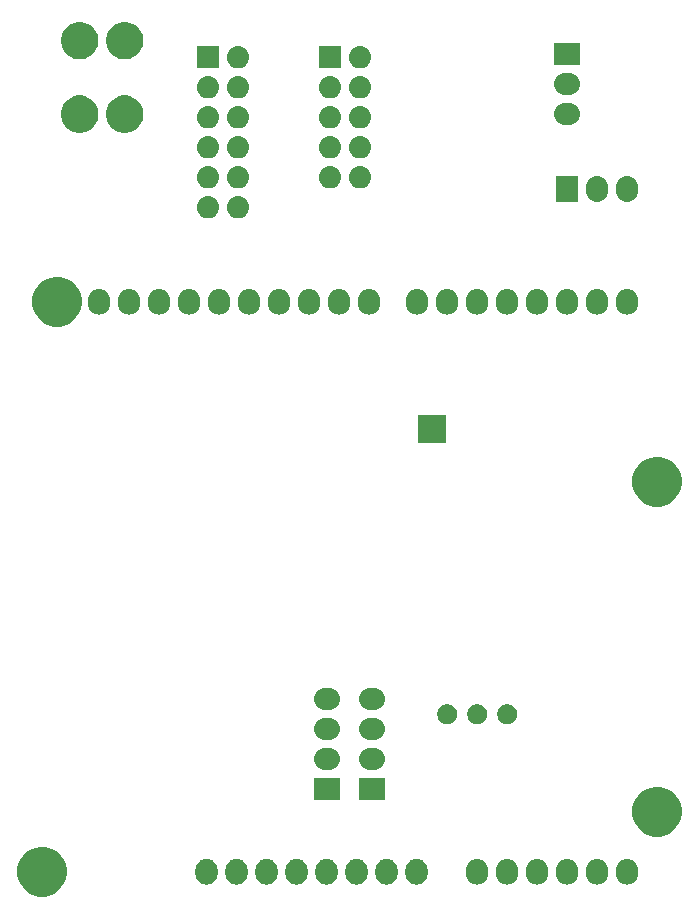
<source format=gbs>
G04 #@! TF.GenerationSoftware,KiCad,Pcbnew,5.0.0-rc2*
G04 #@! TF.CreationDate,2018-11-13T00:27:13-05:00*
G04 #@! TF.ProjectId,uno,756E6F2E6B696361645F706362000000,v1.0*
G04 #@! TF.SameCoordinates,Original*
G04 #@! TF.FileFunction,Soldermask,Bot*
G04 #@! TF.FilePolarity,Negative*
%FSLAX46Y46*%
G04 Gerber Fmt 4.6, Leading zero omitted, Abs format (unit mm)*
G04 Created by KiCad (PCBNEW 5.0.0-rc2) date Tue Nov 13 00:27:13 2018*
%MOMM*%
%LPD*%
G01*
G04 APERTURE LIST*
%ADD10C,0.100000*%
G04 APERTURE END LIST*
D10*
G36*
X34904939Y-106557817D02*
X35288607Y-106716737D01*
X35633899Y-106947454D01*
X35927546Y-107241101D01*
X36158263Y-107586393D01*
X36317183Y-107970061D01*
X36398200Y-108377360D01*
X36398200Y-108792640D01*
X36317183Y-109199939D01*
X36158263Y-109583607D01*
X35927546Y-109928899D01*
X35633899Y-110222546D01*
X35288607Y-110453263D01*
X34904939Y-110612183D01*
X34497640Y-110693200D01*
X34082360Y-110693200D01*
X33675061Y-110612183D01*
X33291393Y-110453263D01*
X32946101Y-110222546D01*
X32652454Y-109928899D01*
X32421737Y-109583607D01*
X32262817Y-109199939D01*
X32181800Y-108792640D01*
X32181800Y-108377360D01*
X32262817Y-107970061D01*
X32421737Y-107586393D01*
X32652454Y-107241101D01*
X32946101Y-106947454D01*
X33291393Y-106716737D01*
X33675061Y-106557817D01*
X34082360Y-106476800D01*
X34497640Y-106476800D01*
X34904939Y-106557817D01*
X34904939Y-106557817D01*
G37*
G36*
X50933427Y-107506397D02*
X50933429Y-107506398D01*
X50933432Y-107506398D01*
X51110585Y-107560137D01*
X51263310Y-107641771D01*
X51273852Y-107647405D01*
X51416953Y-107764846D01*
X51534394Y-107907947D01*
X51534395Y-107907949D01*
X51621662Y-108071214D01*
X51675401Y-108248367D01*
X51675401Y-108248368D01*
X51675402Y-108248372D01*
X51688999Y-108386427D01*
X51689000Y-108783573D01*
X51675403Y-108921627D01*
X51675402Y-108921629D01*
X51675402Y-108921632D01*
X51621663Y-109098785D01*
X51567595Y-109199939D01*
X51534395Y-109262052D01*
X51416954Y-109405153D01*
X51273853Y-109522594D01*
X51273851Y-109522595D01*
X51110586Y-109609862D01*
X50933433Y-109663601D01*
X50933430Y-109663601D01*
X50933428Y-109663602D01*
X50749200Y-109681748D01*
X50564973Y-109663603D01*
X50564971Y-109663602D01*
X50564968Y-109663602D01*
X50387815Y-109609863D01*
X50224550Y-109522596D01*
X50224548Y-109522595D01*
X50081447Y-109405154D01*
X49964006Y-109262053D01*
X49958371Y-109251511D01*
X49876738Y-109098786D01*
X49822999Y-108921633D01*
X49822999Y-108921630D01*
X49822998Y-108921628D01*
X49809401Y-108783573D01*
X49809400Y-108386427D01*
X49822997Y-108248373D01*
X49822998Y-108248371D01*
X49822998Y-108248368D01*
X49876737Y-108071215D01*
X49964004Y-107907950D01*
X49964005Y-107907948D01*
X50081446Y-107764847D01*
X50224547Y-107647406D01*
X50235089Y-107641772D01*
X50387814Y-107560138D01*
X50564967Y-107506399D01*
X50564970Y-107506399D01*
X50564972Y-107506398D01*
X50749200Y-107488252D01*
X50933427Y-107506397D01*
X50933427Y-107506397D01*
G37*
G36*
X61093427Y-107506397D02*
X61093429Y-107506398D01*
X61093432Y-107506398D01*
X61270585Y-107560137D01*
X61423310Y-107641771D01*
X61433852Y-107647405D01*
X61576953Y-107764846D01*
X61694394Y-107907947D01*
X61694395Y-107907949D01*
X61781662Y-108071214D01*
X61835401Y-108248367D01*
X61835401Y-108248368D01*
X61835402Y-108248372D01*
X61848999Y-108386427D01*
X61849000Y-108783573D01*
X61835403Y-108921627D01*
X61835402Y-108921629D01*
X61835402Y-108921632D01*
X61781663Y-109098785D01*
X61727595Y-109199939D01*
X61694395Y-109262052D01*
X61576954Y-109405153D01*
X61433853Y-109522594D01*
X61433851Y-109522595D01*
X61270586Y-109609862D01*
X61093433Y-109663601D01*
X61093430Y-109663601D01*
X61093428Y-109663602D01*
X60909200Y-109681748D01*
X60724973Y-109663603D01*
X60724971Y-109663602D01*
X60724968Y-109663602D01*
X60547815Y-109609863D01*
X60384550Y-109522596D01*
X60384548Y-109522595D01*
X60241447Y-109405154D01*
X60124006Y-109262053D01*
X60118371Y-109251511D01*
X60036738Y-109098786D01*
X59982999Y-108921633D01*
X59982999Y-108921630D01*
X59982998Y-108921628D01*
X59969401Y-108783573D01*
X59969400Y-108386427D01*
X59982997Y-108248373D01*
X59982998Y-108248371D01*
X59982998Y-108248368D01*
X60036737Y-108071215D01*
X60124004Y-107907950D01*
X60124005Y-107907948D01*
X60241446Y-107764847D01*
X60384547Y-107647406D01*
X60395089Y-107641772D01*
X60547814Y-107560138D01*
X60724967Y-107506399D01*
X60724970Y-107506399D01*
X60724972Y-107506398D01*
X60909200Y-107488252D01*
X61093427Y-107506397D01*
X61093427Y-107506397D01*
G37*
G36*
X71278827Y-107506397D02*
X71278829Y-107506398D01*
X71278832Y-107506398D01*
X71455985Y-107560137D01*
X71608710Y-107641771D01*
X71619252Y-107647405D01*
X71762353Y-107764846D01*
X71879794Y-107907947D01*
X71879795Y-107907949D01*
X71967062Y-108071214D01*
X72020801Y-108248367D01*
X72020801Y-108248368D01*
X72020802Y-108248372D01*
X72034399Y-108386427D01*
X72034400Y-108783573D01*
X72020803Y-108921627D01*
X72020802Y-108921629D01*
X72020802Y-108921632D01*
X71967063Y-109098785D01*
X71912995Y-109199939D01*
X71879795Y-109262052D01*
X71762354Y-109405153D01*
X71619253Y-109522594D01*
X71619251Y-109522595D01*
X71455986Y-109609862D01*
X71278833Y-109663601D01*
X71278830Y-109663601D01*
X71278828Y-109663602D01*
X71094600Y-109681748D01*
X70910373Y-109663603D01*
X70910371Y-109663602D01*
X70910368Y-109663602D01*
X70733215Y-109609863D01*
X70569950Y-109522596D01*
X70569948Y-109522595D01*
X70426847Y-109405154D01*
X70309406Y-109262053D01*
X70303771Y-109251511D01*
X70222138Y-109098786D01*
X70168399Y-108921633D01*
X70168399Y-108921630D01*
X70168398Y-108921628D01*
X70154801Y-108783573D01*
X70154800Y-108386427D01*
X70168397Y-108248373D01*
X70168398Y-108248371D01*
X70168398Y-108248368D01*
X70222137Y-108071215D01*
X70309404Y-107907950D01*
X70309405Y-107907948D01*
X70426846Y-107764847D01*
X70569947Y-107647406D01*
X70580489Y-107641771D01*
X70733214Y-107560138D01*
X70910367Y-107506399D01*
X70910370Y-107506399D01*
X70910372Y-107506398D01*
X71094600Y-107488252D01*
X71278827Y-107506397D01*
X71278827Y-107506397D01*
G37*
G36*
X63633427Y-107506397D02*
X63633429Y-107506398D01*
X63633432Y-107506398D01*
X63810585Y-107560137D01*
X63963310Y-107641771D01*
X63973852Y-107647405D01*
X64116953Y-107764846D01*
X64234394Y-107907947D01*
X64234395Y-107907949D01*
X64321662Y-108071214D01*
X64375401Y-108248367D01*
X64375401Y-108248368D01*
X64375402Y-108248372D01*
X64388999Y-108386427D01*
X64389000Y-108783573D01*
X64375403Y-108921627D01*
X64375402Y-108921629D01*
X64375402Y-108921632D01*
X64321663Y-109098785D01*
X64267595Y-109199939D01*
X64234395Y-109262052D01*
X64116954Y-109405153D01*
X63973853Y-109522594D01*
X63973851Y-109522595D01*
X63810586Y-109609862D01*
X63633433Y-109663601D01*
X63633430Y-109663601D01*
X63633428Y-109663602D01*
X63449200Y-109681748D01*
X63264973Y-109663603D01*
X63264971Y-109663602D01*
X63264968Y-109663602D01*
X63087815Y-109609863D01*
X62924550Y-109522596D01*
X62924548Y-109522595D01*
X62781447Y-109405154D01*
X62664006Y-109262053D01*
X62658371Y-109251511D01*
X62576738Y-109098786D01*
X62522999Y-108921633D01*
X62522999Y-108921630D01*
X62522998Y-108921628D01*
X62509401Y-108783573D01*
X62509400Y-108386427D01*
X62522997Y-108248373D01*
X62522998Y-108248371D01*
X62522998Y-108248368D01*
X62576737Y-108071215D01*
X62664004Y-107907950D01*
X62664005Y-107907948D01*
X62781446Y-107764847D01*
X62924547Y-107647406D01*
X62935089Y-107641772D01*
X63087814Y-107560138D01*
X63264967Y-107506399D01*
X63264970Y-107506399D01*
X63264972Y-107506398D01*
X63449200Y-107488252D01*
X63633427Y-107506397D01*
X63633427Y-107506397D01*
G37*
G36*
X58553427Y-107506397D02*
X58553429Y-107506398D01*
X58553432Y-107506398D01*
X58730585Y-107560137D01*
X58883310Y-107641771D01*
X58893852Y-107647405D01*
X59036953Y-107764846D01*
X59154394Y-107907947D01*
X59154395Y-107907949D01*
X59241662Y-108071214D01*
X59295401Y-108248367D01*
X59295401Y-108248368D01*
X59295402Y-108248372D01*
X59308999Y-108386427D01*
X59309000Y-108783573D01*
X59295403Y-108921627D01*
X59295402Y-108921629D01*
X59295402Y-108921632D01*
X59241663Y-109098785D01*
X59187595Y-109199939D01*
X59154395Y-109262052D01*
X59036954Y-109405153D01*
X58893853Y-109522594D01*
X58893851Y-109522595D01*
X58730586Y-109609862D01*
X58553433Y-109663601D01*
X58553430Y-109663601D01*
X58553428Y-109663602D01*
X58369200Y-109681748D01*
X58184973Y-109663603D01*
X58184971Y-109663602D01*
X58184968Y-109663602D01*
X58007815Y-109609863D01*
X57844550Y-109522596D01*
X57844548Y-109522595D01*
X57701447Y-109405154D01*
X57584006Y-109262053D01*
X57578371Y-109251511D01*
X57496738Y-109098786D01*
X57442999Y-108921633D01*
X57442999Y-108921630D01*
X57442998Y-108921628D01*
X57429401Y-108783573D01*
X57429400Y-108386427D01*
X57442997Y-108248373D01*
X57442998Y-108248371D01*
X57442998Y-108248368D01*
X57496737Y-108071215D01*
X57584004Y-107907950D01*
X57584005Y-107907948D01*
X57701446Y-107764847D01*
X57844547Y-107647406D01*
X57855089Y-107641772D01*
X58007814Y-107560138D01*
X58184967Y-107506399D01*
X58184970Y-107506399D01*
X58184972Y-107506398D01*
X58369200Y-107488252D01*
X58553427Y-107506397D01*
X58553427Y-107506397D01*
G37*
G36*
X56013427Y-107506397D02*
X56013429Y-107506398D01*
X56013432Y-107506398D01*
X56190585Y-107560137D01*
X56343310Y-107641771D01*
X56353852Y-107647405D01*
X56496953Y-107764846D01*
X56614394Y-107907947D01*
X56614395Y-107907949D01*
X56701662Y-108071214D01*
X56755401Y-108248367D01*
X56755401Y-108248368D01*
X56755402Y-108248372D01*
X56768999Y-108386427D01*
X56769000Y-108783573D01*
X56755403Y-108921627D01*
X56755402Y-108921629D01*
X56755402Y-108921632D01*
X56701663Y-109098785D01*
X56647595Y-109199939D01*
X56614395Y-109262052D01*
X56496954Y-109405153D01*
X56353853Y-109522594D01*
X56353851Y-109522595D01*
X56190586Y-109609862D01*
X56013433Y-109663601D01*
X56013430Y-109663601D01*
X56013428Y-109663602D01*
X55829200Y-109681748D01*
X55644973Y-109663603D01*
X55644971Y-109663602D01*
X55644968Y-109663602D01*
X55467815Y-109609863D01*
X55304550Y-109522596D01*
X55304548Y-109522595D01*
X55161447Y-109405154D01*
X55044006Y-109262053D01*
X55038371Y-109251511D01*
X54956738Y-109098786D01*
X54902999Y-108921633D01*
X54902999Y-108921630D01*
X54902998Y-108921628D01*
X54889401Y-108783573D01*
X54889400Y-108386427D01*
X54902997Y-108248373D01*
X54902998Y-108248371D01*
X54902998Y-108248368D01*
X54956737Y-108071215D01*
X55044004Y-107907950D01*
X55044005Y-107907948D01*
X55161446Y-107764847D01*
X55304547Y-107647406D01*
X55315089Y-107641772D01*
X55467814Y-107560138D01*
X55644967Y-107506399D01*
X55644970Y-107506399D01*
X55644972Y-107506398D01*
X55829200Y-107488252D01*
X56013427Y-107506397D01*
X56013427Y-107506397D01*
G37*
G36*
X66173427Y-107506397D02*
X66173429Y-107506398D01*
X66173432Y-107506398D01*
X66350585Y-107560137D01*
X66503310Y-107641771D01*
X66513852Y-107647405D01*
X66656953Y-107764846D01*
X66774394Y-107907947D01*
X66774395Y-107907949D01*
X66861662Y-108071214D01*
X66915401Y-108248367D01*
X66915401Y-108248368D01*
X66915402Y-108248372D01*
X66928999Y-108386427D01*
X66929000Y-108783573D01*
X66915403Y-108921627D01*
X66915402Y-108921629D01*
X66915402Y-108921632D01*
X66861663Y-109098785D01*
X66807595Y-109199939D01*
X66774395Y-109262052D01*
X66656954Y-109405153D01*
X66513853Y-109522594D01*
X66513851Y-109522595D01*
X66350586Y-109609862D01*
X66173433Y-109663601D01*
X66173430Y-109663601D01*
X66173428Y-109663602D01*
X65989200Y-109681748D01*
X65804973Y-109663603D01*
X65804971Y-109663602D01*
X65804968Y-109663602D01*
X65627815Y-109609863D01*
X65464550Y-109522596D01*
X65464548Y-109522595D01*
X65321447Y-109405154D01*
X65204006Y-109262053D01*
X65198371Y-109251511D01*
X65116738Y-109098786D01*
X65062999Y-108921633D01*
X65062999Y-108921630D01*
X65062998Y-108921628D01*
X65049401Y-108783573D01*
X65049400Y-108386427D01*
X65062997Y-108248373D01*
X65062998Y-108248371D01*
X65062998Y-108248368D01*
X65116737Y-108071215D01*
X65204004Y-107907950D01*
X65204005Y-107907948D01*
X65321446Y-107764847D01*
X65464547Y-107647406D01*
X65475089Y-107641772D01*
X65627814Y-107560138D01*
X65804967Y-107506399D01*
X65804970Y-107506399D01*
X65804972Y-107506398D01*
X65989200Y-107488252D01*
X66173427Y-107506397D01*
X66173427Y-107506397D01*
G37*
G36*
X73818827Y-107506397D02*
X73818829Y-107506398D01*
X73818832Y-107506398D01*
X73995985Y-107560137D01*
X74148710Y-107641771D01*
X74159252Y-107647405D01*
X74302353Y-107764846D01*
X74419794Y-107907947D01*
X74419795Y-107907949D01*
X74507062Y-108071214D01*
X74560801Y-108248367D01*
X74560801Y-108248368D01*
X74560802Y-108248372D01*
X74574399Y-108386427D01*
X74574400Y-108783573D01*
X74560803Y-108921627D01*
X74560802Y-108921629D01*
X74560802Y-108921632D01*
X74507063Y-109098785D01*
X74452995Y-109199939D01*
X74419795Y-109262052D01*
X74302354Y-109405153D01*
X74159253Y-109522594D01*
X74159251Y-109522595D01*
X73995986Y-109609862D01*
X73818833Y-109663601D01*
X73818830Y-109663601D01*
X73818828Y-109663602D01*
X73634600Y-109681748D01*
X73450373Y-109663603D01*
X73450371Y-109663602D01*
X73450368Y-109663602D01*
X73273215Y-109609863D01*
X73109950Y-109522596D01*
X73109948Y-109522595D01*
X72966847Y-109405154D01*
X72849406Y-109262053D01*
X72843771Y-109251511D01*
X72762138Y-109098786D01*
X72708399Y-108921633D01*
X72708399Y-108921630D01*
X72708398Y-108921628D01*
X72694801Y-108783573D01*
X72694800Y-108386427D01*
X72708397Y-108248373D01*
X72708398Y-108248371D01*
X72708398Y-108248368D01*
X72762137Y-108071215D01*
X72849404Y-107907950D01*
X72849405Y-107907948D01*
X72966846Y-107764847D01*
X73109947Y-107647406D01*
X73120489Y-107641771D01*
X73273214Y-107560138D01*
X73450367Y-107506399D01*
X73450370Y-107506399D01*
X73450372Y-107506398D01*
X73634600Y-107488252D01*
X73818827Y-107506397D01*
X73818827Y-107506397D01*
G37*
G36*
X76358827Y-107506397D02*
X76358829Y-107506398D01*
X76358832Y-107506398D01*
X76535985Y-107560137D01*
X76688710Y-107641771D01*
X76699252Y-107647405D01*
X76842353Y-107764846D01*
X76959794Y-107907947D01*
X76959795Y-107907949D01*
X77047062Y-108071214D01*
X77100801Y-108248367D01*
X77100801Y-108248368D01*
X77100802Y-108248372D01*
X77114399Y-108386427D01*
X77114400Y-108783573D01*
X77100803Y-108921627D01*
X77100802Y-108921629D01*
X77100802Y-108921632D01*
X77047063Y-109098785D01*
X76992995Y-109199939D01*
X76959795Y-109262052D01*
X76842354Y-109405153D01*
X76699253Y-109522594D01*
X76699251Y-109522595D01*
X76535986Y-109609862D01*
X76358833Y-109663601D01*
X76358830Y-109663601D01*
X76358828Y-109663602D01*
X76174600Y-109681748D01*
X75990373Y-109663603D01*
X75990371Y-109663602D01*
X75990368Y-109663602D01*
X75813215Y-109609863D01*
X75649950Y-109522596D01*
X75649948Y-109522595D01*
X75506847Y-109405154D01*
X75389406Y-109262053D01*
X75383771Y-109251511D01*
X75302138Y-109098786D01*
X75248399Y-108921633D01*
X75248399Y-108921630D01*
X75248398Y-108921628D01*
X75234801Y-108783573D01*
X75234800Y-108386427D01*
X75248397Y-108248373D01*
X75248398Y-108248371D01*
X75248398Y-108248368D01*
X75302137Y-108071215D01*
X75389404Y-107907950D01*
X75389405Y-107907948D01*
X75506846Y-107764847D01*
X75649947Y-107647406D01*
X75660489Y-107641771D01*
X75813214Y-107560138D01*
X75990367Y-107506399D01*
X75990370Y-107506399D01*
X75990372Y-107506398D01*
X76174600Y-107488252D01*
X76358827Y-107506397D01*
X76358827Y-107506397D01*
G37*
G36*
X78898827Y-107506397D02*
X78898829Y-107506398D01*
X78898832Y-107506398D01*
X79075985Y-107560137D01*
X79228710Y-107641771D01*
X79239252Y-107647405D01*
X79382353Y-107764846D01*
X79499794Y-107907947D01*
X79499795Y-107907949D01*
X79587062Y-108071214D01*
X79640801Y-108248367D01*
X79640801Y-108248368D01*
X79640802Y-108248372D01*
X79654399Y-108386427D01*
X79654400Y-108783573D01*
X79640803Y-108921627D01*
X79640802Y-108921629D01*
X79640802Y-108921632D01*
X79587063Y-109098785D01*
X79532995Y-109199939D01*
X79499795Y-109262052D01*
X79382354Y-109405153D01*
X79239253Y-109522594D01*
X79239251Y-109522595D01*
X79075986Y-109609862D01*
X78898833Y-109663601D01*
X78898830Y-109663601D01*
X78898828Y-109663602D01*
X78714600Y-109681748D01*
X78530373Y-109663603D01*
X78530371Y-109663602D01*
X78530368Y-109663602D01*
X78353215Y-109609863D01*
X78189950Y-109522596D01*
X78189948Y-109522595D01*
X78046847Y-109405154D01*
X77929406Y-109262053D01*
X77923771Y-109251511D01*
X77842138Y-109098786D01*
X77788399Y-108921633D01*
X77788399Y-108921630D01*
X77788398Y-108921628D01*
X77774801Y-108783573D01*
X77774800Y-108386427D01*
X77788397Y-108248373D01*
X77788398Y-108248371D01*
X77788398Y-108248368D01*
X77842137Y-108071215D01*
X77929404Y-107907950D01*
X77929405Y-107907948D01*
X78046846Y-107764847D01*
X78189947Y-107647406D01*
X78200489Y-107641771D01*
X78353214Y-107560138D01*
X78530367Y-107506399D01*
X78530370Y-107506399D01*
X78530372Y-107506398D01*
X78714600Y-107488252D01*
X78898827Y-107506397D01*
X78898827Y-107506397D01*
G37*
G36*
X81438827Y-107506397D02*
X81438829Y-107506398D01*
X81438832Y-107506398D01*
X81615985Y-107560137D01*
X81768710Y-107641771D01*
X81779252Y-107647405D01*
X81922353Y-107764846D01*
X82039794Y-107907947D01*
X82039795Y-107907949D01*
X82127062Y-108071214D01*
X82180801Y-108248367D01*
X82180801Y-108248368D01*
X82180802Y-108248372D01*
X82194399Y-108386427D01*
X82194400Y-108783573D01*
X82180803Y-108921627D01*
X82180802Y-108921629D01*
X82180802Y-108921632D01*
X82127063Y-109098785D01*
X82072995Y-109199939D01*
X82039795Y-109262052D01*
X81922354Y-109405153D01*
X81779253Y-109522594D01*
X81779251Y-109522595D01*
X81615986Y-109609862D01*
X81438833Y-109663601D01*
X81438830Y-109663601D01*
X81438828Y-109663602D01*
X81254600Y-109681748D01*
X81070373Y-109663603D01*
X81070371Y-109663602D01*
X81070368Y-109663602D01*
X80893215Y-109609863D01*
X80729950Y-109522596D01*
X80729948Y-109522595D01*
X80586847Y-109405154D01*
X80469406Y-109262053D01*
X80463771Y-109251511D01*
X80382138Y-109098786D01*
X80328399Y-108921633D01*
X80328399Y-108921630D01*
X80328398Y-108921628D01*
X80314801Y-108783573D01*
X80314800Y-108386427D01*
X80328397Y-108248373D01*
X80328398Y-108248371D01*
X80328398Y-108248368D01*
X80382137Y-108071215D01*
X80469404Y-107907950D01*
X80469405Y-107907948D01*
X80586846Y-107764847D01*
X80729947Y-107647406D01*
X80740489Y-107641771D01*
X80893214Y-107560138D01*
X81070367Y-107506399D01*
X81070370Y-107506399D01*
X81070372Y-107506398D01*
X81254600Y-107488252D01*
X81438827Y-107506397D01*
X81438827Y-107506397D01*
G37*
G36*
X83978827Y-107506397D02*
X83978829Y-107506398D01*
X83978832Y-107506398D01*
X84155985Y-107560137D01*
X84308710Y-107641771D01*
X84319252Y-107647405D01*
X84462353Y-107764846D01*
X84579794Y-107907947D01*
X84579795Y-107907949D01*
X84667062Y-108071214D01*
X84720801Y-108248367D01*
X84720801Y-108248368D01*
X84720802Y-108248372D01*
X84734399Y-108386427D01*
X84734400Y-108783573D01*
X84720803Y-108921627D01*
X84720802Y-108921629D01*
X84720802Y-108921632D01*
X84667063Y-109098785D01*
X84612995Y-109199939D01*
X84579795Y-109262052D01*
X84462354Y-109405153D01*
X84319253Y-109522594D01*
X84319251Y-109522595D01*
X84155986Y-109609862D01*
X83978833Y-109663601D01*
X83978830Y-109663601D01*
X83978828Y-109663602D01*
X83794600Y-109681748D01*
X83610373Y-109663603D01*
X83610371Y-109663602D01*
X83610368Y-109663602D01*
X83433215Y-109609863D01*
X83269950Y-109522596D01*
X83269948Y-109522595D01*
X83126847Y-109405154D01*
X83009406Y-109262053D01*
X83003771Y-109251511D01*
X82922138Y-109098786D01*
X82868399Y-108921633D01*
X82868399Y-108921630D01*
X82868398Y-108921628D01*
X82854801Y-108783573D01*
X82854800Y-108386427D01*
X82868397Y-108248373D01*
X82868398Y-108248371D01*
X82868398Y-108248368D01*
X82922137Y-108071215D01*
X83009404Y-107907950D01*
X83009405Y-107907948D01*
X83126846Y-107764847D01*
X83269947Y-107647406D01*
X83280489Y-107641771D01*
X83433214Y-107560138D01*
X83610367Y-107506399D01*
X83610370Y-107506399D01*
X83610372Y-107506398D01*
X83794600Y-107488252D01*
X83978827Y-107506397D01*
X83978827Y-107506397D01*
G37*
G36*
X48393427Y-107506397D02*
X48393429Y-107506398D01*
X48393432Y-107506398D01*
X48570585Y-107560137D01*
X48723310Y-107641771D01*
X48733852Y-107647405D01*
X48876953Y-107764846D01*
X48994394Y-107907947D01*
X48994395Y-107907949D01*
X49081662Y-108071214D01*
X49135401Y-108248367D01*
X49135401Y-108248368D01*
X49135402Y-108248372D01*
X49148999Y-108386427D01*
X49149000Y-108783573D01*
X49135403Y-108921627D01*
X49135402Y-108921629D01*
X49135402Y-108921632D01*
X49081663Y-109098785D01*
X49027595Y-109199939D01*
X48994395Y-109262052D01*
X48876954Y-109405153D01*
X48733853Y-109522594D01*
X48733851Y-109522595D01*
X48570586Y-109609862D01*
X48393433Y-109663601D01*
X48393430Y-109663601D01*
X48393428Y-109663602D01*
X48209200Y-109681748D01*
X48024973Y-109663603D01*
X48024971Y-109663602D01*
X48024968Y-109663602D01*
X47847815Y-109609863D01*
X47684550Y-109522596D01*
X47684548Y-109522595D01*
X47541447Y-109405154D01*
X47424006Y-109262053D01*
X47418371Y-109251511D01*
X47336738Y-109098786D01*
X47282999Y-108921633D01*
X47282999Y-108921630D01*
X47282998Y-108921628D01*
X47269401Y-108783573D01*
X47269400Y-108386427D01*
X47282997Y-108248373D01*
X47282998Y-108248371D01*
X47282998Y-108248368D01*
X47336737Y-108071215D01*
X47424004Y-107907950D01*
X47424005Y-107907948D01*
X47541446Y-107764847D01*
X47684547Y-107647406D01*
X47695089Y-107641772D01*
X47847814Y-107560138D01*
X48024967Y-107506399D01*
X48024970Y-107506399D01*
X48024972Y-107506398D01*
X48209200Y-107488252D01*
X48393427Y-107506397D01*
X48393427Y-107506397D01*
G37*
G36*
X53473427Y-107506397D02*
X53473429Y-107506398D01*
X53473432Y-107506398D01*
X53650585Y-107560137D01*
X53803310Y-107641771D01*
X53813852Y-107647405D01*
X53956953Y-107764846D01*
X54074394Y-107907947D01*
X54074395Y-107907949D01*
X54161662Y-108071214D01*
X54215401Y-108248367D01*
X54215401Y-108248368D01*
X54215402Y-108248372D01*
X54228999Y-108386427D01*
X54229000Y-108783573D01*
X54215403Y-108921627D01*
X54215402Y-108921629D01*
X54215402Y-108921632D01*
X54161663Y-109098785D01*
X54107595Y-109199939D01*
X54074395Y-109262052D01*
X53956954Y-109405153D01*
X53813853Y-109522594D01*
X53813851Y-109522595D01*
X53650586Y-109609862D01*
X53473433Y-109663601D01*
X53473430Y-109663601D01*
X53473428Y-109663602D01*
X53289200Y-109681748D01*
X53104973Y-109663603D01*
X53104971Y-109663602D01*
X53104968Y-109663602D01*
X52927815Y-109609863D01*
X52764550Y-109522596D01*
X52764548Y-109522595D01*
X52621447Y-109405154D01*
X52504006Y-109262053D01*
X52498371Y-109251511D01*
X52416738Y-109098786D01*
X52362999Y-108921633D01*
X52362999Y-108921630D01*
X52362998Y-108921628D01*
X52349401Y-108783573D01*
X52349400Y-108386427D01*
X52362997Y-108248373D01*
X52362998Y-108248371D01*
X52362998Y-108248368D01*
X52416737Y-108071215D01*
X52504004Y-107907950D01*
X52504005Y-107907948D01*
X52621446Y-107764847D01*
X52764547Y-107647406D01*
X52775089Y-107641772D01*
X52927814Y-107560138D01*
X53104967Y-107506399D01*
X53104970Y-107506399D01*
X53104972Y-107506398D01*
X53289200Y-107488252D01*
X53473427Y-107506397D01*
X53473427Y-107506397D01*
G37*
G36*
X86974939Y-101477817D02*
X87358607Y-101636737D01*
X87703899Y-101867454D01*
X87997546Y-102161101D01*
X88228263Y-102506393D01*
X88387183Y-102890061D01*
X88468200Y-103297360D01*
X88468200Y-103712640D01*
X88387183Y-104119939D01*
X88228263Y-104503607D01*
X87997546Y-104848899D01*
X87703899Y-105142546D01*
X87358607Y-105373263D01*
X86974939Y-105532183D01*
X86567640Y-105613200D01*
X86152360Y-105613200D01*
X85745061Y-105532183D01*
X85361393Y-105373263D01*
X85016101Y-105142546D01*
X84722454Y-104848899D01*
X84491737Y-104503607D01*
X84332817Y-104119939D01*
X84251800Y-103712640D01*
X84251800Y-103297360D01*
X84332817Y-102890061D01*
X84491737Y-102506393D01*
X84722454Y-102161101D01*
X85016101Y-101867454D01*
X85361393Y-101636737D01*
X85745061Y-101477817D01*
X86152360Y-101396800D01*
X86567640Y-101396800D01*
X86974939Y-101477817D01*
X86974939Y-101477817D01*
G37*
G36*
X59512200Y-102539800D02*
X57327800Y-102539800D01*
X57327800Y-100660200D01*
X59512200Y-100660200D01*
X59512200Y-102539800D01*
X59512200Y-102539800D01*
G37*
G36*
X63322200Y-102539800D02*
X61137800Y-102539800D01*
X61137800Y-100660200D01*
X63322200Y-100660200D01*
X63322200Y-102539800D01*
X63322200Y-102539800D01*
G37*
G36*
X58756628Y-98133797D02*
X58756630Y-98133798D01*
X58756633Y-98133798D01*
X58933786Y-98187537D01*
X59086511Y-98269170D01*
X59097053Y-98274805D01*
X59240154Y-98392246D01*
X59357595Y-98535347D01*
X59357596Y-98535349D01*
X59444863Y-98698614D01*
X59498602Y-98875767D01*
X59498602Y-98875770D01*
X59498603Y-98875772D01*
X59516748Y-99060000D01*
X59498603Y-99244228D01*
X59498602Y-99244230D01*
X59498602Y-99244233D01*
X59444863Y-99421386D01*
X59363230Y-99574111D01*
X59357595Y-99584653D01*
X59240154Y-99727754D01*
X59097053Y-99845195D01*
X59097051Y-99845196D01*
X58933786Y-99932463D01*
X58756633Y-99986202D01*
X58756630Y-99986202D01*
X58756628Y-99986203D01*
X58618574Y-99999800D01*
X58221426Y-99999800D01*
X58083372Y-99986203D01*
X58083370Y-99986202D01*
X58083367Y-99986202D01*
X57906214Y-99932463D01*
X57742949Y-99845196D01*
X57742947Y-99845195D01*
X57599846Y-99727754D01*
X57482405Y-99584653D01*
X57476770Y-99574111D01*
X57395137Y-99421386D01*
X57341398Y-99244233D01*
X57341398Y-99244230D01*
X57341397Y-99244228D01*
X57323252Y-99060000D01*
X57341397Y-98875772D01*
X57341398Y-98875770D01*
X57341398Y-98875767D01*
X57395137Y-98698614D01*
X57482404Y-98535349D01*
X57482405Y-98535347D01*
X57599846Y-98392246D01*
X57742947Y-98274805D01*
X57753489Y-98269170D01*
X57906214Y-98187537D01*
X58083367Y-98133798D01*
X58083370Y-98133798D01*
X58083372Y-98133797D01*
X58221426Y-98120200D01*
X58618574Y-98120200D01*
X58756628Y-98133797D01*
X58756628Y-98133797D01*
G37*
G36*
X62566628Y-98133797D02*
X62566630Y-98133798D01*
X62566633Y-98133798D01*
X62743786Y-98187537D01*
X62896511Y-98269170D01*
X62907053Y-98274805D01*
X63050154Y-98392246D01*
X63167595Y-98535347D01*
X63167596Y-98535349D01*
X63254863Y-98698614D01*
X63308602Y-98875767D01*
X63308602Y-98875770D01*
X63308603Y-98875772D01*
X63326748Y-99060000D01*
X63308603Y-99244228D01*
X63308602Y-99244230D01*
X63308602Y-99244233D01*
X63254863Y-99421386D01*
X63173230Y-99574111D01*
X63167595Y-99584653D01*
X63050154Y-99727754D01*
X62907053Y-99845195D01*
X62907051Y-99845196D01*
X62743786Y-99932463D01*
X62566633Y-99986202D01*
X62566630Y-99986202D01*
X62566628Y-99986203D01*
X62428574Y-99999800D01*
X62031426Y-99999800D01*
X61893372Y-99986203D01*
X61893370Y-99986202D01*
X61893367Y-99986202D01*
X61716214Y-99932463D01*
X61552949Y-99845196D01*
X61552947Y-99845195D01*
X61409846Y-99727754D01*
X61292405Y-99584653D01*
X61286770Y-99574111D01*
X61205137Y-99421386D01*
X61151398Y-99244233D01*
X61151398Y-99244230D01*
X61151397Y-99244228D01*
X61133252Y-99060000D01*
X61151397Y-98875772D01*
X61151398Y-98875770D01*
X61151398Y-98875767D01*
X61205137Y-98698614D01*
X61292404Y-98535349D01*
X61292405Y-98535347D01*
X61409846Y-98392246D01*
X61552947Y-98274805D01*
X61563489Y-98269170D01*
X61716214Y-98187537D01*
X61893367Y-98133798D01*
X61893370Y-98133798D01*
X61893372Y-98133797D01*
X62031426Y-98120200D01*
X62428574Y-98120200D01*
X62566628Y-98133797D01*
X62566628Y-98133797D01*
G37*
G36*
X62566628Y-95593797D02*
X62566630Y-95593798D01*
X62566633Y-95593798D01*
X62743786Y-95647537D01*
X62896511Y-95729170D01*
X62907053Y-95734805D01*
X63050154Y-95852246D01*
X63167595Y-95995347D01*
X63167596Y-95995349D01*
X63254863Y-96158614D01*
X63308602Y-96335767D01*
X63308602Y-96335770D01*
X63308603Y-96335772D01*
X63326748Y-96520000D01*
X63308603Y-96704228D01*
X63308602Y-96704230D01*
X63308602Y-96704233D01*
X63254863Y-96881386D01*
X63173230Y-97034111D01*
X63167595Y-97044653D01*
X63050154Y-97187754D01*
X62907053Y-97305195D01*
X62907051Y-97305196D01*
X62743786Y-97392463D01*
X62566633Y-97446202D01*
X62566630Y-97446202D01*
X62566628Y-97446203D01*
X62428574Y-97459800D01*
X62031426Y-97459800D01*
X61893372Y-97446203D01*
X61893370Y-97446202D01*
X61893367Y-97446202D01*
X61716214Y-97392463D01*
X61552949Y-97305196D01*
X61552947Y-97305195D01*
X61409846Y-97187754D01*
X61292405Y-97044653D01*
X61286770Y-97034111D01*
X61205137Y-96881386D01*
X61151398Y-96704233D01*
X61151398Y-96704230D01*
X61151397Y-96704228D01*
X61133252Y-96520000D01*
X61151397Y-96335772D01*
X61151398Y-96335770D01*
X61151398Y-96335767D01*
X61205137Y-96158614D01*
X61292404Y-95995349D01*
X61292405Y-95995347D01*
X61409846Y-95852246D01*
X61552947Y-95734805D01*
X61563489Y-95729170D01*
X61716214Y-95647537D01*
X61893367Y-95593798D01*
X61893370Y-95593798D01*
X61893372Y-95593797D01*
X62031426Y-95580200D01*
X62428574Y-95580200D01*
X62566628Y-95593797D01*
X62566628Y-95593797D01*
G37*
G36*
X58756628Y-95593797D02*
X58756630Y-95593798D01*
X58756633Y-95593798D01*
X58933786Y-95647537D01*
X59086511Y-95729170D01*
X59097053Y-95734805D01*
X59240154Y-95852246D01*
X59357595Y-95995347D01*
X59357596Y-95995349D01*
X59444863Y-96158614D01*
X59498602Y-96335767D01*
X59498602Y-96335770D01*
X59498603Y-96335772D01*
X59516748Y-96520000D01*
X59498603Y-96704228D01*
X59498602Y-96704230D01*
X59498602Y-96704233D01*
X59444863Y-96881386D01*
X59363230Y-97034111D01*
X59357595Y-97044653D01*
X59240154Y-97187754D01*
X59097053Y-97305195D01*
X59097051Y-97305196D01*
X58933786Y-97392463D01*
X58756633Y-97446202D01*
X58756630Y-97446202D01*
X58756628Y-97446203D01*
X58618574Y-97459800D01*
X58221426Y-97459800D01*
X58083372Y-97446203D01*
X58083370Y-97446202D01*
X58083367Y-97446202D01*
X57906214Y-97392463D01*
X57742949Y-97305196D01*
X57742947Y-97305195D01*
X57599846Y-97187754D01*
X57482405Y-97044653D01*
X57476770Y-97034111D01*
X57395137Y-96881386D01*
X57341398Y-96704233D01*
X57341398Y-96704230D01*
X57341397Y-96704228D01*
X57323252Y-96520000D01*
X57341397Y-96335772D01*
X57341398Y-96335770D01*
X57341398Y-96335767D01*
X57395137Y-96158614D01*
X57482404Y-95995349D01*
X57482405Y-95995347D01*
X57599846Y-95852246D01*
X57742947Y-95734805D01*
X57753489Y-95729170D01*
X57906214Y-95647537D01*
X58083367Y-95593798D01*
X58083370Y-95593798D01*
X58083372Y-95593797D01*
X58221426Y-95580200D01*
X58618574Y-95580200D01*
X58756628Y-95593797D01*
X58756628Y-95593797D01*
G37*
G36*
X68824494Y-94444011D02*
X68977037Y-94507197D01*
X69114322Y-94598927D01*
X69231073Y-94715678D01*
X69322803Y-94852963D01*
X69385989Y-95005506D01*
X69418200Y-95167444D01*
X69418200Y-95332556D01*
X69385989Y-95494494D01*
X69322803Y-95647037D01*
X69231073Y-95784322D01*
X69114322Y-95901073D01*
X68977037Y-95992803D01*
X68824494Y-96055989D01*
X68662556Y-96088200D01*
X68497444Y-96088200D01*
X68335506Y-96055989D01*
X68182963Y-95992803D01*
X68045678Y-95901073D01*
X67928927Y-95784322D01*
X67837197Y-95647037D01*
X67774011Y-95494494D01*
X67741800Y-95332556D01*
X67741800Y-95167444D01*
X67774011Y-95005506D01*
X67837197Y-94852963D01*
X67928927Y-94715678D01*
X68045678Y-94598927D01*
X68182963Y-94507197D01*
X68335506Y-94444011D01*
X68497444Y-94411800D01*
X68662556Y-94411800D01*
X68824494Y-94444011D01*
X68824494Y-94444011D01*
G37*
G36*
X73904494Y-94444011D02*
X74057037Y-94507197D01*
X74194322Y-94598927D01*
X74311073Y-94715678D01*
X74402803Y-94852963D01*
X74465989Y-95005506D01*
X74498200Y-95167444D01*
X74498200Y-95332556D01*
X74465989Y-95494494D01*
X74402803Y-95647037D01*
X74311073Y-95784322D01*
X74194322Y-95901073D01*
X74057037Y-95992803D01*
X73904494Y-96055989D01*
X73742556Y-96088200D01*
X73577444Y-96088200D01*
X73415506Y-96055989D01*
X73262963Y-95992803D01*
X73125678Y-95901073D01*
X73008927Y-95784322D01*
X72917197Y-95647037D01*
X72854011Y-95494494D01*
X72821800Y-95332556D01*
X72821800Y-95167444D01*
X72854011Y-95005506D01*
X72917197Y-94852963D01*
X73008927Y-94715678D01*
X73125678Y-94598927D01*
X73262963Y-94507197D01*
X73415506Y-94444011D01*
X73577444Y-94411800D01*
X73742556Y-94411800D01*
X73904494Y-94444011D01*
X73904494Y-94444011D01*
G37*
G36*
X71364494Y-94444011D02*
X71517037Y-94507197D01*
X71654322Y-94598927D01*
X71771073Y-94715678D01*
X71862803Y-94852963D01*
X71925989Y-95005506D01*
X71958200Y-95167444D01*
X71958200Y-95332556D01*
X71925989Y-95494494D01*
X71862803Y-95647037D01*
X71771073Y-95784322D01*
X71654322Y-95901073D01*
X71517037Y-95992803D01*
X71364494Y-96055989D01*
X71202556Y-96088200D01*
X71037444Y-96088200D01*
X70875506Y-96055989D01*
X70722963Y-95992803D01*
X70585678Y-95901073D01*
X70468927Y-95784322D01*
X70377197Y-95647037D01*
X70314011Y-95494494D01*
X70281800Y-95332556D01*
X70281800Y-95167444D01*
X70314011Y-95005506D01*
X70377197Y-94852963D01*
X70468927Y-94715678D01*
X70585678Y-94598927D01*
X70722963Y-94507197D01*
X70875506Y-94444011D01*
X71037444Y-94411800D01*
X71202556Y-94411800D01*
X71364494Y-94444011D01*
X71364494Y-94444011D01*
G37*
G36*
X58756628Y-93053797D02*
X58756630Y-93053798D01*
X58756633Y-93053798D01*
X58933786Y-93107537D01*
X59086511Y-93189170D01*
X59097053Y-93194805D01*
X59240154Y-93312246D01*
X59357595Y-93455347D01*
X59357596Y-93455349D01*
X59444863Y-93618614D01*
X59498602Y-93795767D01*
X59498602Y-93795770D01*
X59498603Y-93795772D01*
X59516748Y-93980000D01*
X59498603Y-94164228D01*
X59498602Y-94164230D01*
X59498602Y-94164233D01*
X59444863Y-94341386D01*
X59390008Y-94444012D01*
X59357595Y-94504653D01*
X59240154Y-94647754D01*
X59097053Y-94765195D01*
X59097051Y-94765196D01*
X58933786Y-94852463D01*
X58756633Y-94906202D01*
X58756630Y-94906202D01*
X58756628Y-94906203D01*
X58618574Y-94919800D01*
X58221426Y-94919800D01*
X58083372Y-94906203D01*
X58083370Y-94906202D01*
X58083367Y-94906202D01*
X57906214Y-94852463D01*
X57742949Y-94765196D01*
X57742947Y-94765195D01*
X57599846Y-94647754D01*
X57482405Y-94504653D01*
X57449992Y-94444012D01*
X57395137Y-94341386D01*
X57341398Y-94164233D01*
X57341398Y-94164230D01*
X57341397Y-94164228D01*
X57323252Y-93980000D01*
X57341397Y-93795772D01*
X57341398Y-93795770D01*
X57341398Y-93795767D01*
X57395137Y-93618614D01*
X57482404Y-93455349D01*
X57482405Y-93455347D01*
X57599846Y-93312246D01*
X57742947Y-93194805D01*
X57753489Y-93189170D01*
X57906214Y-93107537D01*
X58083367Y-93053798D01*
X58083370Y-93053798D01*
X58083372Y-93053797D01*
X58221426Y-93040200D01*
X58618574Y-93040200D01*
X58756628Y-93053797D01*
X58756628Y-93053797D01*
G37*
G36*
X62566628Y-93053797D02*
X62566630Y-93053798D01*
X62566633Y-93053798D01*
X62743786Y-93107537D01*
X62896511Y-93189170D01*
X62907053Y-93194805D01*
X63050154Y-93312246D01*
X63167595Y-93455347D01*
X63167596Y-93455349D01*
X63254863Y-93618614D01*
X63308602Y-93795767D01*
X63308602Y-93795770D01*
X63308603Y-93795772D01*
X63326748Y-93980000D01*
X63308603Y-94164228D01*
X63308602Y-94164230D01*
X63308602Y-94164233D01*
X63254863Y-94341386D01*
X63200008Y-94444012D01*
X63167595Y-94504653D01*
X63050154Y-94647754D01*
X62907053Y-94765195D01*
X62907051Y-94765196D01*
X62743786Y-94852463D01*
X62566633Y-94906202D01*
X62566630Y-94906202D01*
X62566628Y-94906203D01*
X62428574Y-94919800D01*
X62031426Y-94919800D01*
X61893372Y-94906203D01*
X61893370Y-94906202D01*
X61893367Y-94906202D01*
X61716214Y-94852463D01*
X61552949Y-94765196D01*
X61552947Y-94765195D01*
X61409846Y-94647754D01*
X61292405Y-94504653D01*
X61259992Y-94444012D01*
X61205137Y-94341386D01*
X61151398Y-94164233D01*
X61151398Y-94164230D01*
X61151397Y-94164228D01*
X61133252Y-93980000D01*
X61151397Y-93795772D01*
X61151398Y-93795770D01*
X61151398Y-93795767D01*
X61205137Y-93618614D01*
X61292404Y-93455349D01*
X61292405Y-93455347D01*
X61409846Y-93312246D01*
X61552947Y-93194805D01*
X61563489Y-93189170D01*
X61716214Y-93107537D01*
X61893367Y-93053798D01*
X61893370Y-93053798D01*
X61893372Y-93053797D01*
X62031426Y-93040200D01*
X62428574Y-93040200D01*
X62566628Y-93053797D01*
X62566628Y-93053797D01*
G37*
G36*
X86974939Y-73537817D02*
X87358607Y-73696737D01*
X87703899Y-73927454D01*
X87997546Y-74221101D01*
X88228263Y-74566393D01*
X88387183Y-74950061D01*
X88468200Y-75357360D01*
X88468200Y-75772640D01*
X88387183Y-76179939D01*
X88228263Y-76563607D01*
X87997546Y-76908899D01*
X87703899Y-77202546D01*
X87358607Y-77433263D01*
X86974939Y-77592183D01*
X86567640Y-77673200D01*
X86152360Y-77673200D01*
X85745061Y-77592183D01*
X85361393Y-77433263D01*
X85016101Y-77202546D01*
X84722454Y-76908899D01*
X84491737Y-76563607D01*
X84332817Y-76179939D01*
X84251800Y-75772640D01*
X84251800Y-75357360D01*
X84332817Y-74950061D01*
X84491737Y-74566393D01*
X84722454Y-74221101D01*
X85016101Y-73927454D01*
X85361393Y-73696737D01*
X85745061Y-73537817D01*
X86152360Y-73456800D01*
X86567640Y-73456800D01*
X86974939Y-73537817D01*
X86974939Y-73537817D01*
G37*
G36*
X68503800Y-72313800D02*
X66116200Y-72313800D01*
X66116200Y-69926200D01*
X68503800Y-69926200D01*
X68503800Y-72313800D01*
X68503800Y-72313800D01*
G37*
G36*
X36174939Y-58297817D02*
X36558607Y-58456737D01*
X36903899Y-58687454D01*
X37197546Y-58981101D01*
X37428263Y-59326393D01*
X37587183Y-59710061D01*
X37668200Y-60117360D01*
X37668200Y-60532640D01*
X37587183Y-60939939D01*
X37428263Y-61323607D01*
X37197546Y-61668899D01*
X36903899Y-61962546D01*
X36558607Y-62193263D01*
X36174939Y-62352183D01*
X35767640Y-62433200D01*
X35352360Y-62433200D01*
X34945061Y-62352183D01*
X34561393Y-62193263D01*
X34216101Y-61962546D01*
X33922454Y-61668899D01*
X33691737Y-61323607D01*
X33532817Y-60939939D01*
X33451800Y-60532640D01*
X33451800Y-60117360D01*
X33532817Y-59710061D01*
X33691737Y-59326393D01*
X33922454Y-58981101D01*
X34216101Y-58687454D01*
X34561393Y-58456737D01*
X34945061Y-58297817D01*
X35352360Y-58216800D01*
X35767640Y-58216800D01*
X36174939Y-58297817D01*
X36174939Y-58297817D01*
G37*
G36*
X81438827Y-59246397D02*
X81438829Y-59246398D01*
X81438832Y-59246398D01*
X81615985Y-59300137D01*
X81768710Y-59381771D01*
X81779252Y-59387405D01*
X81922353Y-59504846D01*
X82039794Y-59647947D01*
X82039795Y-59647949D01*
X82127062Y-59811214D01*
X82180801Y-59988367D01*
X82180801Y-59988368D01*
X82180802Y-59988372D01*
X82194399Y-60126427D01*
X82194400Y-60523573D01*
X82180803Y-60661627D01*
X82180802Y-60661629D01*
X82180802Y-60661632D01*
X82127063Y-60838785D01*
X82072995Y-60939939D01*
X82039795Y-61002052D01*
X81922354Y-61145153D01*
X81779253Y-61262594D01*
X81779251Y-61262595D01*
X81615986Y-61349862D01*
X81438833Y-61403601D01*
X81438830Y-61403601D01*
X81438828Y-61403602D01*
X81254600Y-61421748D01*
X81070373Y-61403603D01*
X81070371Y-61403602D01*
X81070368Y-61403602D01*
X80893215Y-61349863D01*
X80729950Y-61262596D01*
X80729948Y-61262595D01*
X80586847Y-61145154D01*
X80469406Y-61002053D01*
X80454886Y-60974887D01*
X80382138Y-60838786D01*
X80328399Y-60661633D01*
X80328399Y-60661630D01*
X80328398Y-60661628D01*
X80314801Y-60523573D01*
X80314800Y-60126427D01*
X80328397Y-59988373D01*
X80328398Y-59988371D01*
X80328398Y-59988368D01*
X80382137Y-59811215D01*
X80469404Y-59647950D01*
X80469405Y-59647948D01*
X80586846Y-59504847D01*
X80729947Y-59387406D01*
X80740489Y-59381771D01*
X80893214Y-59300138D01*
X81070367Y-59246399D01*
X81070370Y-59246399D01*
X81070372Y-59246398D01*
X81254600Y-59228252D01*
X81438827Y-59246397D01*
X81438827Y-59246397D01*
G37*
G36*
X78898827Y-59246397D02*
X78898829Y-59246398D01*
X78898832Y-59246398D01*
X79075985Y-59300137D01*
X79228710Y-59381771D01*
X79239252Y-59387405D01*
X79382353Y-59504846D01*
X79499794Y-59647947D01*
X79499795Y-59647949D01*
X79587062Y-59811214D01*
X79640801Y-59988367D01*
X79640801Y-59988368D01*
X79640802Y-59988372D01*
X79654399Y-60126427D01*
X79654400Y-60523573D01*
X79640803Y-60661627D01*
X79640802Y-60661629D01*
X79640802Y-60661632D01*
X79587063Y-60838785D01*
X79532995Y-60939939D01*
X79499795Y-61002052D01*
X79382354Y-61145153D01*
X79239253Y-61262594D01*
X79239251Y-61262595D01*
X79075986Y-61349862D01*
X78898833Y-61403601D01*
X78898830Y-61403601D01*
X78898828Y-61403602D01*
X78714600Y-61421748D01*
X78530373Y-61403603D01*
X78530371Y-61403602D01*
X78530368Y-61403602D01*
X78353215Y-61349863D01*
X78189950Y-61262596D01*
X78189948Y-61262595D01*
X78046847Y-61145154D01*
X77929406Y-61002053D01*
X77914886Y-60974887D01*
X77842138Y-60838786D01*
X77788399Y-60661633D01*
X77788399Y-60661630D01*
X77788398Y-60661628D01*
X77774801Y-60523573D01*
X77774800Y-60126427D01*
X77788397Y-59988373D01*
X77788398Y-59988371D01*
X77788398Y-59988368D01*
X77842137Y-59811215D01*
X77929404Y-59647950D01*
X77929405Y-59647948D01*
X78046846Y-59504847D01*
X78189947Y-59387406D01*
X78200489Y-59381771D01*
X78353214Y-59300138D01*
X78530367Y-59246399D01*
X78530370Y-59246399D01*
X78530372Y-59246398D01*
X78714600Y-59228252D01*
X78898827Y-59246397D01*
X78898827Y-59246397D01*
G37*
G36*
X76358827Y-59246397D02*
X76358829Y-59246398D01*
X76358832Y-59246398D01*
X76535985Y-59300137D01*
X76688710Y-59381771D01*
X76699252Y-59387405D01*
X76842353Y-59504846D01*
X76959794Y-59647947D01*
X76959795Y-59647949D01*
X77047062Y-59811214D01*
X77100801Y-59988367D01*
X77100801Y-59988368D01*
X77100802Y-59988372D01*
X77114399Y-60126427D01*
X77114400Y-60523573D01*
X77100803Y-60661627D01*
X77100802Y-60661629D01*
X77100802Y-60661632D01*
X77047063Y-60838785D01*
X76992995Y-60939939D01*
X76959795Y-61002052D01*
X76842354Y-61145153D01*
X76699253Y-61262594D01*
X76699251Y-61262595D01*
X76535986Y-61349862D01*
X76358833Y-61403601D01*
X76358830Y-61403601D01*
X76358828Y-61403602D01*
X76174600Y-61421748D01*
X75990373Y-61403603D01*
X75990371Y-61403602D01*
X75990368Y-61403602D01*
X75813215Y-61349863D01*
X75649950Y-61262596D01*
X75649948Y-61262595D01*
X75506847Y-61145154D01*
X75389406Y-61002053D01*
X75374886Y-60974887D01*
X75302138Y-60838786D01*
X75248399Y-60661633D01*
X75248399Y-60661630D01*
X75248398Y-60661628D01*
X75234801Y-60523573D01*
X75234800Y-60126427D01*
X75248397Y-59988373D01*
X75248398Y-59988371D01*
X75248398Y-59988368D01*
X75302137Y-59811215D01*
X75389404Y-59647950D01*
X75389405Y-59647948D01*
X75506846Y-59504847D01*
X75649947Y-59387406D01*
X75660489Y-59381771D01*
X75813214Y-59300138D01*
X75990367Y-59246399D01*
X75990370Y-59246399D01*
X75990372Y-59246398D01*
X76174600Y-59228252D01*
X76358827Y-59246397D01*
X76358827Y-59246397D01*
G37*
G36*
X73818827Y-59246397D02*
X73818829Y-59246398D01*
X73818832Y-59246398D01*
X73995985Y-59300137D01*
X74148710Y-59381771D01*
X74159252Y-59387405D01*
X74302353Y-59504846D01*
X74419794Y-59647947D01*
X74419795Y-59647949D01*
X74507062Y-59811214D01*
X74560801Y-59988367D01*
X74560801Y-59988368D01*
X74560802Y-59988372D01*
X74574399Y-60126427D01*
X74574400Y-60523573D01*
X74560803Y-60661627D01*
X74560802Y-60661629D01*
X74560802Y-60661632D01*
X74507063Y-60838785D01*
X74452995Y-60939939D01*
X74419795Y-61002052D01*
X74302354Y-61145153D01*
X74159253Y-61262594D01*
X74159251Y-61262595D01*
X73995986Y-61349862D01*
X73818833Y-61403601D01*
X73818830Y-61403601D01*
X73818828Y-61403602D01*
X73634600Y-61421748D01*
X73450373Y-61403603D01*
X73450371Y-61403602D01*
X73450368Y-61403602D01*
X73273215Y-61349863D01*
X73109950Y-61262596D01*
X73109948Y-61262595D01*
X72966847Y-61145154D01*
X72849406Y-61002053D01*
X72834886Y-60974887D01*
X72762138Y-60838786D01*
X72708399Y-60661633D01*
X72708399Y-60661630D01*
X72708398Y-60661628D01*
X72694801Y-60523573D01*
X72694800Y-60126427D01*
X72708397Y-59988373D01*
X72708398Y-59988371D01*
X72708398Y-59988368D01*
X72762137Y-59811215D01*
X72849404Y-59647950D01*
X72849405Y-59647948D01*
X72966846Y-59504847D01*
X73109947Y-59387406D01*
X73120489Y-59381771D01*
X73273214Y-59300138D01*
X73450367Y-59246399D01*
X73450370Y-59246399D01*
X73450372Y-59246398D01*
X73634600Y-59228252D01*
X73818827Y-59246397D01*
X73818827Y-59246397D01*
G37*
G36*
X71278827Y-59246397D02*
X71278829Y-59246398D01*
X71278832Y-59246398D01*
X71455985Y-59300137D01*
X71608710Y-59381771D01*
X71619252Y-59387405D01*
X71762353Y-59504846D01*
X71879794Y-59647947D01*
X71879795Y-59647949D01*
X71967062Y-59811214D01*
X72020801Y-59988367D01*
X72020801Y-59988368D01*
X72020802Y-59988372D01*
X72034399Y-60126427D01*
X72034400Y-60523573D01*
X72020803Y-60661627D01*
X72020802Y-60661629D01*
X72020802Y-60661632D01*
X71967063Y-60838785D01*
X71912995Y-60939939D01*
X71879795Y-61002052D01*
X71762354Y-61145153D01*
X71619253Y-61262594D01*
X71619251Y-61262595D01*
X71455986Y-61349862D01*
X71278833Y-61403601D01*
X71278830Y-61403601D01*
X71278828Y-61403602D01*
X71094600Y-61421748D01*
X70910373Y-61403603D01*
X70910371Y-61403602D01*
X70910368Y-61403602D01*
X70733215Y-61349863D01*
X70569950Y-61262596D01*
X70569948Y-61262595D01*
X70426847Y-61145154D01*
X70309406Y-61002053D01*
X70294886Y-60974887D01*
X70222138Y-60838786D01*
X70168399Y-60661633D01*
X70168399Y-60661630D01*
X70168398Y-60661628D01*
X70154801Y-60523573D01*
X70154800Y-60126427D01*
X70168397Y-59988373D01*
X70168398Y-59988371D01*
X70168398Y-59988368D01*
X70222137Y-59811215D01*
X70309404Y-59647950D01*
X70309405Y-59647948D01*
X70426846Y-59504847D01*
X70569947Y-59387406D01*
X70580489Y-59381771D01*
X70733214Y-59300138D01*
X70910367Y-59246399D01*
X70910370Y-59246399D01*
X70910372Y-59246398D01*
X71094600Y-59228252D01*
X71278827Y-59246397D01*
X71278827Y-59246397D01*
G37*
G36*
X68738827Y-59246397D02*
X68738829Y-59246398D01*
X68738832Y-59246398D01*
X68915985Y-59300137D01*
X69068710Y-59381771D01*
X69079252Y-59387405D01*
X69222353Y-59504846D01*
X69339794Y-59647947D01*
X69339795Y-59647949D01*
X69427062Y-59811214D01*
X69480801Y-59988367D01*
X69480801Y-59988368D01*
X69480802Y-59988372D01*
X69494399Y-60126427D01*
X69494400Y-60523573D01*
X69480803Y-60661627D01*
X69480802Y-60661629D01*
X69480802Y-60661632D01*
X69427063Y-60838785D01*
X69372995Y-60939939D01*
X69339795Y-61002052D01*
X69222354Y-61145153D01*
X69079253Y-61262594D01*
X69079251Y-61262595D01*
X68915986Y-61349862D01*
X68738833Y-61403601D01*
X68738830Y-61403601D01*
X68738828Y-61403602D01*
X68554600Y-61421748D01*
X68370373Y-61403603D01*
X68370371Y-61403602D01*
X68370368Y-61403602D01*
X68193215Y-61349863D01*
X68029950Y-61262596D01*
X68029948Y-61262595D01*
X67886847Y-61145154D01*
X67769406Y-61002053D01*
X67754886Y-60974887D01*
X67682138Y-60838786D01*
X67628399Y-60661633D01*
X67628399Y-60661630D01*
X67628398Y-60661628D01*
X67614801Y-60523573D01*
X67614800Y-60126427D01*
X67628397Y-59988373D01*
X67628398Y-59988371D01*
X67628398Y-59988368D01*
X67682137Y-59811215D01*
X67769404Y-59647950D01*
X67769405Y-59647948D01*
X67886846Y-59504847D01*
X68029947Y-59387406D01*
X68040489Y-59381771D01*
X68193214Y-59300138D01*
X68370367Y-59246399D01*
X68370370Y-59246399D01*
X68370372Y-59246398D01*
X68554600Y-59228252D01*
X68738827Y-59246397D01*
X68738827Y-59246397D01*
G37*
G36*
X66198827Y-59246397D02*
X66198829Y-59246398D01*
X66198832Y-59246398D01*
X66375985Y-59300137D01*
X66528710Y-59381771D01*
X66539252Y-59387405D01*
X66682353Y-59504846D01*
X66799794Y-59647947D01*
X66799795Y-59647949D01*
X66887062Y-59811214D01*
X66940801Y-59988367D01*
X66940801Y-59988368D01*
X66940802Y-59988372D01*
X66954399Y-60126427D01*
X66954400Y-60523573D01*
X66940803Y-60661627D01*
X66940802Y-60661629D01*
X66940802Y-60661632D01*
X66887063Y-60838785D01*
X66832995Y-60939939D01*
X66799795Y-61002052D01*
X66682354Y-61145153D01*
X66539253Y-61262594D01*
X66539251Y-61262595D01*
X66375986Y-61349862D01*
X66198833Y-61403601D01*
X66198830Y-61403601D01*
X66198828Y-61403602D01*
X66014600Y-61421748D01*
X65830373Y-61403603D01*
X65830371Y-61403602D01*
X65830368Y-61403602D01*
X65653215Y-61349863D01*
X65489950Y-61262596D01*
X65489948Y-61262595D01*
X65346847Y-61145154D01*
X65229406Y-61002053D01*
X65214886Y-60974887D01*
X65142138Y-60838786D01*
X65088399Y-60661633D01*
X65088399Y-60661630D01*
X65088398Y-60661628D01*
X65074801Y-60523573D01*
X65074800Y-60126427D01*
X65088397Y-59988373D01*
X65088398Y-59988371D01*
X65088398Y-59988368D01*
X65142137Y-59811215D01*
X65229404Y-59647950D01*
X65229405Y-59647948D01*
X65346846Y-59504847D01*
X65489947Y-59387406D01*
X65500489Y-59381771D01*
X65653214Y-59300138D01*
X65830367Y-59246399D01*
X65830370Y-59246399D01*
X65830372Y-59246398D01*
X66014600Y-59228252D01*
X66198827Y-59246397D01*
X66198827Y-59246397D01*
G37*
G36*
X39274827Y-59246397D02*
X39274829Y-59246398D01*
X39274832Y-59246398D01*
X39451985Y-59300137D01*
X39604710Y-59381771D01*
X39615252Y-59387405D01*
X39758353Y-59504846D01*
X39875794Y-59647947D01*
X39875795Y-59647949D01*
X39963062Y-59811214D01*
X40016801Y-59988367D01*
X40016801Y-59988368D01*
X40016802Y-59988372D01*
X40030399Y-60126427D01*
X40030400Y-60523573D01*
X40016803Y-60661627D01*
X40016802Y-60661629D01*
X40016802Y-60661632D01*
X39963063Y-60838785D01*
X39908995Y-60939939D01*
X39875795Y-61002052D01*
X39758354Y-61145153D01*
X39615253Y-61262594D01*
X39615251Y-61262595D01*
X39451986Y-61349862D01*
X39274833Y-61403601D01*
X39274830Y-61403601D01*
X39274828Y-61403602D01*
X39090600Y-61421748D01*
X38906373Y-61403603D01*
X38906371Y-61403602D01*
X38906368Y-61403602D01*
X38729215Y-61349863D01*
X38565950Y-61262596D01*
X38565948Y-61262595D01*
X38422847Y-61145154D01*
X38305406Y-61002053D01*
X38290886Y-60974887D01*
X38218138Y-60838786D01*
X38164399Y-60661633D01*
X38164399Y-60661630D01*
X38164398Y-60661628D01*
X38150801Y-60523573D01*
X38150800Y-60126427D01*
X38164397Y-59988373D01*
X38164398Y-59988371D01*
X38164398Y-59988368D01*
X38218137Y-59811215D01*
X38305404Y-59647950D01*
X38305405Y-59647948D01*
X38422846Y-59504847D01*
X38565947Y-59387406D01*
X38576489Y-59381771D01*
X38729214Y-59300138D01*
X38906367Y-59246399D01*
X38906370Y-59246399D01*
X38906372Y-59246398D01*
X39090600Y-59228252D01*
X39274827Y-59246397D01*
X39274827Y-59246397D01*
G37*
G36*
X59594827Y-59246397D02*
X59594829Y-59246398D01*
X59594832Y-59246398D01*
X59771985Y-59300137D01*
X59924710Y-59381771D01*
X59935252Y-59387405D01*
X60078353Y-59504846D01*
X60195794Y-59647947D01*
X60195795Y-59647949D01*
X60283062Y-59811214D01*
X60336801Y-59988367D01*
X60336801Y-59988368D01*
X60336802Y-59988372D01*
X60350399Y-60126427D01*
X60350400Y-60523573D01*
X60336803Y-60661627D01*
X60336802Y-60661629D01*
X60336802Y-60661632D01*
X60283063Y-60838785D01*
X60228995Y-60939939D01*
X60195795Y-61002052D01*
X60078354Y-61145153D01*
X59935253Y-61262594D01*
X59935251Y-61262595D01*
X59771986Y-61349862D01*
X59594833Y-61403601D01*
X59594830Y-61403601D01*
X59594828Y-61403602D01*
X59410600Y-61421748D01*
X59226373Y-61403603D01*
X59226371Y-61403602D01*
X59226368Y-61403602D01*
X59049215Y-61349863D01*
X58885950Y-61262596D01*
X58885948Y-61262595D01*
X58742847Y-61145154D01*
X58625406Y-61002053D01*
X58610886Y-60974887D01*
X58538138Y-60838786D01*
X58484399Y-60661633D01*
X58484399Y-60661630D01*
X58484398Y-60661628D01*
X58470801Y-60523573D01*
X58470800Y-60126427D01*
X58484397Y-59988373D01*
X58484398Y-59988371D01*
X58484398Y-59988368D01*
X58538137Y-59811215D01*
X58625404Y-59647950D01*
X58625405Y-59647948D01*
X58742846Y-59504847D01*
X58885947Y-59387406D01*
X58896489Y-59381771D01*
X59049214Y-59300138D01*
X59226367Y-59246399D01*
X59226370Y-59246399D01*
X59226372Y-59246398D01*
X59410600Y-59228252D01*
X59594827Y-59246397D01*
X59594827Y-59246397D01*
G37*
G36*
X54514827Y-59246397D02*
X54514829Y-59246398D01*
X54514832Y-59246398D01*
X54691985Y-59300137D01*
X54844710Y-59381771D01*
X54855252Y-59387405D01*
X54998353Y-59504846D01*
X55115794Y-59647947D01*
X55115795Y-59647949D01*
X55203062Y-59811214D01*
X55256801Y-59988367D01*
X55256801Y-59988368D01*
X55256802Y-59988372D01*
X55270399Y-60126427D01*
X55270400Y-60523573D01*
X55256803Y-60661627D01*
X55256802Y-60661629D01*
X55256802Y-60661632D01*
X55203063Y-60838785D01*
X55148995Y-60939939D01*
X55115795Y-61002052D01*
X54998354Y-61145153D01*
X54855253Y-61262594D01*
X54855251Y-61262595D01*
X54691986Y-61349862D01*
X54514833Y-61403601D01*
X54514830Y-61403601D01*
X54514828Y-61403602D01*
X54330600Y-61421748D01*
X54146373Y-61403603D01*
X54146371Y-61403602D01*
X54146368Y-61403602D01*
X53969215Y-61349863D01*
X53805950Y-61262596D01*
X53805948Y-61262595D01*
X53662847Y-61145154D01*
X53545406Y-61002053D01*
X53530886Y-60974887D01*
X53458138Y-60838786D01*
X53404399Y-60661633D01*
X53404399Y-60661630D01*
X53404398Y-60661628D01*
X53390801Y-60523573D01*
X53390800Y-60126427D01*
X53404397Y-59988373D01*
X53404398Y-59988371D01*
X53404398Y-59988368D01*
X53458137Y-59811215D01*
X53545404Y-59647950D01*
X53545405Y-59647948D01*
X53662846Y-59504847D01*
X53805947Y-59387406D01*
X53816489Y-59381771D01*
X53969214Y-59300138D01*
X54146367Y-59246399D01*
X54146370Y-59246399D01*
X54146372Y-59246398D01*
X54330600Y-59228252D01*
X54514827Y-59246397D01*
X54514827Y-59246397D01*
G37*
G36*
X57054827Y-59246397D02*
X57054829Y-59246398D01*
X57054832Y-59246398D01*
X57231985Y-59300137D01*
X57384710Y-59381771D01*
X57395252Y-59387405D01*
X57538353Y-59504846D01*
X57655794Y-59647947D01*
X57655795Y-59647949D01*
X57743062Y-59811214D01*
X57796801Y-59988367D01*
X57796801Y-59988368D01*
X57796802Y-59988372D01*
X57810399Y-60126427D01*
X57810400Y-60523573D01*
X57796803Y-60661627D01*
X57796802Y-60661629D01*
X57796802Y-60661632D01*
X57743063Y-60838785D01*
X57688995Y-60939939D01*
X57655795Y-61002052D01*
X57538354Y-61145153D01*
X57395253Y-61262594D01*
X57395251Y-61262595D01*
X57231986Y-61349862D01*
X57054833Y-61403601D01*
X57054830Y-61403601D01*
X57054828Y-61403602D01*
X56870600Y-61421748D01*
X56686373Y-61403603D01*
X56686371Y-61403602D01*
X56686368Y-61403602D01*
X56509215Y-61349863D01*
X56345950Y-61262596D01*
X56345948Y-61262595D01*
X56202847Y-61145154D01*
X56085406Y-61002053D01*
X56070886Y-60974887D01*
X55998138Y-60838786D01*
X55944399Y-60661633D01*
X55944399Y-60661630D01*
X55944398Y-60661628D01*
X55930801Y-60523573D01*
X55930800Y-60126427D01*
X55944397Y-59988373D01*
X55944398Y-59988371D01*
X55944398Y-59988368D01*
X55998137Y-59811215D01*
X56085404Y-59647950D01*
X56085405Y-59647948D01*
X56202846Y-59504847D01*
X56345947Y-59387406D01*
X56356489Y-59381771D01*
X56509214Y-59300138D01*
X56686367Y-59246399D01*
X56686370Y-59246399D01*
X56686372Y-59246398D01*
X56870600Y-59228252D01*
X57054827Y-59246397D01*
X57054827Y-59246397D01*
G37*
G36*
X83978827Y-59246397D02*
X83978829Y-59246398D01*
X83978832Y-59246398D01*
X84155985Y-59300137D01*
X84308710Y-59381771D01*
X84319252Y-59387405D01*
X84462353Y-59504846D01*
X84579794Y-59647947D01*
X84579795Y-59647949D01*
X84667062Y-59811214D01*
X84720801Y-59988367D01*
X84720801Y-59988368D01*
X84720802Y-59988372D01*
X84734399Y-60126427D01*
X84734400Y-60523573D01*
X84720803Y-60661627D01*
X84720802Y-60661629D01*
X84720802Y-60661632D01*
X84667063Y-60838785D01*
X84612995Y-60939939D01*
X84579795Y-61002052D01*
X84462354Y-61145153D01*
X84319253Y-61262594D01*
X84319251Y-61262595D01*
X84155986Y-61349862D01*
X83978833Y-61403601D01*
X83978830Y-61403601D01*
X83978828Y-61403602D01*
X83794600Y-61421748D01*
X83610373Y-61403603D01*
X83610371Y-61403602D01*
X83610368Y-61403602D01*
X83433215Y-61349863D01*
X83269950Y-61262596D01*
X83269948Y-61262595D01*
X83126847Y-61145154D01*
X83009406Y-61002053D01*
X82994886Y-60974887D01*
X82922138Y-60838786D01*
X82868399Y-60661633D01*
X82868399Y-60661630D01*
X82868398Y-60661628D01*
X82854801Y-60523573D01*
X82854800Y-60126427D01*
X82868397Y-59988373D01*
X82868398Y-59988371D01*
X82868398Y-59988368D01*
X82922137Y-59811215D01*
X83009404Y-59647950D01*
X83009405Y-59647948D01*
X83126846Y-59504847D01*
X83269947Y-59387406D01*
X83280489Y-59381771D01*
X83433214Y-59300138D01*
X83610367Y-59246399D01*
X83610370Y-59246399D01*
X83610372Y-59246398D01*
X83794600Y-59228252D01*
X83978827Y-59246397D01*
X83978827Y-59246397D01*
G37*
G36*
X62134827Y-59246397D02*
X62134829Y-59246398D01*
X62134832Y-59246398D01*
X62311985Y-59300137D01*
X62464710Y-59381771D01*
X62475252Y-59387405D01*
X62618353Y-59504846D01*
X62735794Y-59647947D01*
X62735795Y-59647949D01*
X62823062Y-59811214D01*
X62876801Y-59988367D01*
X62876801Y-59988368D01*
X62876802Y-59988372D01*
X62890399Y-60126427D01*
X62890400Y-60523573D01*
X62876803Y-60661627D01*
X62876802Y-60661629D01*
X62876802Y-60661632D01*
X62823063Y-60838785D01*
X62768995Y-60939939D01*
X62735795Y-61002052D01*
X62618354Y-61145153D01*
X62475253Y-61262594D01*
X62475251Y-61262595D01*
X62311986Y-61349862D01*
X62134833Y-61403601D01*
X62134830Y-61403601D01*
X62134828Y-61403602D01*
X61950600Y-61421748D01*
X61766373Y-61403603D01*
X61766371Y-61403602D01*
X61766368Y-61403602D01*
X61589215Y-61349863D01*
X61425950Y-61262596D01*
X61425948Y-61262595D01*
X61282847Y-61145154D01*
X61165406Y-61002053D01*
X61150886Y-60974887D01*
X61078138Y-60838786D01*
X61024399Y-60661633D01*
X61024399Y-60661630D01*
X61024398Y-60661628D01*
X61010801Y-60523573D01*
X61010800Y-60126427D01*
X61024397Y-59988373D01*
X61024398Y-59988371D01*
X61024398Y-59988368D01*
X61078137Y-59811215D01*
X61165404Y-59647950D01*
X61165405Y-59647948D01*
X61282846Y-59504847D01*
X61425947Y-59387406D01*
X61436489Y-59381771D01*
X61589214Y-59300138D01*
X61766367Y-59246399D01*
X61766370Y-59246399D01*
X61766372Y-59246398D01*
X61950600Y-59228252D01*
X62134827Y-59246397D01*
X62134827Y-59246397D01*
G37*
G36*
X41814827Y-59246397D02*
X41814829Y-59246398D01*
X41814832Y-59246398D01*
X41991985Y-59300137D01*
X42144710Y-59381771D01*
X42155252Y-59387405D01*
X42298353Y-59504846D01*
X42415794Y-59647947D01*
X42415795Y-59647949D01*
X42503062Y-59811214D01*
X42556801Y-59988367D01*
X42556801Y-59988368D01*
X42556802Y-59988372D01*
X42570399Y-60126427D01*
X42570400Y-60523573D01*
X42556803Y-60661627D01*
X42556802Y-60661629D01*
X42556802Y-60661632D01*
X42503063Y-60838785D01*
X42448995Y-60939939D01*
X42415795Y-61002052D01*
X42298354Y-61145153D01*
X42155253Y-61262594D01*
X42155251Y-61262595D01*
X41991986Y-61349862D01*
X41814833Y-61403601D01*
X41814830Y-61403601D01*
X41814828Y-61403602D01*
X41630600Y-61421748D01*
X41446373Y-61403603D01*
X41446371Y-61403602D01*
X41446368Y-61403602D01*
X41269215Y-61349863D01*
X41105950Y-61262596D01*
X41105948Y-61262595D01*
X40962847Y-61145154D01*
X40845406Y-61002053D01*
X40830886Y-60974887D01*
X40758138Y-60838786D01*
X40704399Y-60661633D01*
X40704399Y-60661630D01*
X40704398Y-60661628D01*
X40690801Y-60523573D01*
X40690800Y-60126427D01*
X40704397Y-59988373D01*
X40704398Y-59988371D01*
X40704398Y-59988368D01*
X40758137Y-59811215D01*
X40845404Y-59647950D01*
X40845405Y-59647948D01*
X40962846Y-59504847D01*
X41105947Y-59387406D01*
X41116489Y-59381771D01*
X41269214Y-59300138D01*
X41446367Y-59246399D01*
X41446370Y-59246399D01*
X41446372Y-59246398D01*
X41630600Y-59228252D01*
X41814827Y-59246397D01*
X41814827Y-59246397D01*
G37*
G36*
X44354827Y-59246397D02*
X44354829Y-59246398D01*
X44354832Y-59246398D01*
X44531985Y-59300137D01*
X44684710Y-59381771D01*
X44695252Y-59387405D01*
X44838353Y-59504846D01*
X44955794Y-59647947D01*
X44955795Y-59647949D01*
X45043062Y-59811214D01*
X45096801Y-59988367D01*
X45096801Y-59988368D01*
X45096802Y-59988372D01*
X45110399Y-60126427D01*
X45110400Y-60523573D01*
X45096803Y-60661627D01*
X45096802Y-60661629D01*
X45096802Y-60661632D01*
X45043063Y-60838785D01*
X44988995Y-60939939D01*
X44955795Y-61002052D01*
X44838354Y-61145153D01*
X44695253Y-61262594D01*
X44695251Y-61262595D01*
X44531986Y-61349862D01*
X44354833Y-61403601D01*
X44354830Y-61403601D01*
X44354828Y-61403602D01*
X44170600Y-61421748D01*
X43986373Y-61403603D01*
X43986371Y-61403602D01*
X43986368Y-61403602D01*
X43809215Y-61349863D01*
X43645950Y-61262596D01*
X43645948Y-61262595D01*
X43502847Y-61145154D01*
X43385406Y-61002053D01*
X43370886Y-60974887D01*
X43298138Y-60838786D01*
X43244399Y-60661633D01*
X43244399Y-60661630D01*
X43244398Y-60661628D01*
X43230801Y-60523573D01*
X43230800Y-60126427D01*
X43244397Y-59988373D01*
X43244398Y-59988371D01*
X43244398Y-59988368D01*
X43298137Y-59811215D01*
X43385404Y-59647950D01*
X43385405Y-59647948D01*
X43502846Y-59504847D01*
X43645947Y-59387406D01*
X43656489Y-59381771D01*
X43809214Y-59300138D01*
X43986367Y-59246399D01*
X43986370Y-59246399D01*
X43986372Y-59246398D01*
X44170600Y-59228252D01*
X44354827Y-59246397D01*
X44354827Y-59246397D01*
G37*
G36*
X46894827Y-59246397D02*
X46894829Y-59246398D01*
X46894832Y-59246398D01*
X47071985Y-59300137D01*
X47224710Y-59381771D01*
X47235252Y-59387405D01*
X47378353Y-59504846D01*
X47495794Y-59647947D01*
X47495795Y-59647949D01*
X47583062Y-59811214D01*
X47636801Y-59988367D01*
X47636801Y-59988368D01*
X47636802Y-59988372D01*
X47650399Y-60126427D01*
X47650400Y-60523573D01*
X47636803Y-60661627D01*
X47636802Y-60661629D01*
X47636802Y-60661632D01*
X47583063Y-60838785D01*
X47528995Y-60939939D01*
X47495795Y-61002052D01*
X47378354Y-61145153D01*
X47235253Y-61262594D01*
X47235251Y-61262595D01*
X47071986Y-61349862D01*
X46894833Y-61403601D01*
X46894830Y-61403601D01*
X46894828Y-61403602D01*
X46710600Y-61421748D01*
X46526373Y-61403603D01*
X46526371Y-61403602D01*
X46526368Y-61403602D01*
X46349215Y-61349863D01*
X46185950Y-61262596D01*
X46185948Y-61262595D01*
X46042847Y-61145154D01*
X45925406Y-61002053D01*
X45910886Y-60974887D01*
X45838138Y-60838786D01*
X45784399Y-60661633D01*
X45784399Y-60661630D01*
X45784398Y-60661628D01*
X45770801Y-60523573D01*
X45770800Y-60126427D01*
X45784397Y-59988373D01*
X45784398Y-59988371D01*
X45784398Y-59988368D01*
X45838137Y-59811215D01*
X45925404Y-59647950D01*
X45925405Y-59647948D01*
X46042846Y-59504847D01*
X46185947Y-59387406D01*
X46196489Y-59381771D01*
X46349214Y-59300138D01*
X46526367Y-59246399D01*
X46526370Y-59246399D01*
X46526372Y-59246398D01*
X46710600Y-59228252D01*
X46894827Y-59246397D01*
X46894827Y-59246397D01*
G37*
G36*
X49434827Y-59246397D02*
X49434829Y-59246398D01*
X49434832Y-59246398D01*
X49611985Y-59300137D01*
X49764710Y-59381771D01*
X49775252Y-59387405D01*
X49918353Y-59504846D01*
X50035794Y-59647947D01*
X50035795Y-59647949D01*
X50123062Y-59811214D01*
X50176801Y-59988367D01*
X50176801Y-59988368D01*
X50176802Y-59988372D01*
X50190399Y-60126427D01*
X50190400Y-60523573D01*
X50176803Y-60661627D01*
X50176802Y-60661629D01*
X50176802Y-60661632D01*
X50123063Y-60838785D01*
X50068995Y-60939939D01*
X50035795Y-61002052D01*
X49918354Y-61145153D01*
X49775253Y-61262594D01*
X49775251Y-61262595D01*
X49611986Y-61349862D01*
X49434833Y-61403601D01*
X49434830Y-61403601D01*
X49434828Y-61403602D01*
X49250600Y-61421748D01*
X49066373Y-61403603D01*
X49066371Y-61403602D01*
X49066368Y-61403602D01*
X48889215Y-61349863D01*
X48725950Y-61262596D01*
X48725948Y-61262595D01*
X48582847Y-61145154D01*
X48465406Y-61002053D01*
X48450886Y-60974887D01*
X48378138Y-60838786D01*
X48324399Y-60661633D01*
X48324399Y-60661630D01*
X48324398Y-60661628D01*
X48310801Y-60523573D01*
X48310800Y-60126427D01*
X48324397Y-59988373D01*
X48324398Y-59988371D01*
X48324398Y-59988368D01*
X48378137Y-59811215D01*
X48465404Y-59647950D01*
X48465405Y-59647948D01*
X48582846Y-59504847D01*
X48725947Y-59387406D01*
X48736489Y-59381771D01*
X48889214Y-59300138D01*
X49066367Y-59246399D01*
X49066370Y-59246399D01*
X49066372Y-59246398D01*
X49250600Y-59228252D01*
X49434827Y-59246397D01*
X49434827Y-59246397D01*
G37*
G36*
X51974827Y-59246397D02*
X51974829Y-59246398D01*
X51974832Y-59246398D01*
X52151985Y-59300137D01*
X52304710Y-59381771D01*
X52315252Y-59387405D01*
X52458353Y-59504846D01*
X52575794Y-59647947D01*
X52575795Y-59647949D01*
X52663062Y-59811214D01*
X52716801Y-59988367D01*
X52716801Y-59988368D01*
X52716802Y-59988372D01*
X52730399Y-60126427D01*
X52730400Y-60523573D01*
X52716803Y-60661627D01*
X52716802Y-60661629D01*
X52716802Y-60661632D01*
X52663063Y-60838785D01*
X52608995Y-60939939D01*
X52575795Y-61002052D01*
X52458354Y-61145153D01*
X52315253Y-61262594D01*
X52315251Y-61262595D01*
X52151986Y-61349862D01*
X51974833Y-61403601D01*
X51974830Y-61403601D01*
X51974828Y-61403602D01*
X51790600Y-61421748D01*
X51606373Y-61403603D01*
X51606371Y-61403602D01*
X51606368Y-61403602D01*
X51429215Y-61349863D01*
X51265950Y-61262596D01*
X51265948Y-61262595D01*
X51122847Y-61145154D01*
X51005406Y-61002053D01*
X50990886Y-60974887D01*
X50918138Y-60838786D01*
X50864399Y-60661633D01*
X50864399Y-60661630D01*
X50864398Y-60661628D01*
X50850801Y-60523573D01*
X50850800Y-60126427D01*
X50864397Y-59988373D01*
X50864398Y-59988371D01*
X50864398Y-59988368D01*
X50918137Y-59811215D01*
X51005404Y-59647950D01*
X51005405Y-59647948D01*
X51122846Y-59504847D01*
X51265947Y-59387406D01*
X51276489Y-59381771D01*
X51429214Y-59300138D01*
X51606367Y-59246399D01*
X51606370Y-59246399D01*
X51606372Y-59246398D01*
X51790600Y-59228252D01*
X51974827Y-59246397D01*
X51974827Y-59246397D01*
G37*
G36*
X51066561Y-51413297D02*
X51066563Y-51413298D01*
X51066566Y-51413298D01*
X51243719Y-51467037D01*
X51396444Y-51548670D01*
X51406986Y-51554305D01*
X51550087Y-51671746D01*
X51667528Y-51814847D01*
X51667529Y-51814849D01*
X51754796Y-51978114D01*
X51808535Y-52155267D01*
X51808535Y-52155270D01*
X51808536Y-52155272D01*
X51826681Y-52339500D01*
X51808536Y-52523728D01*
X51808535Y-52523730D01*
X51808535Y-52523733D01*
X51754796Y-52700886D01*
X51673163Y-52853611D01*
X51667528Y-52864153D01*
X51550087Y-53007254D01*
X51406986Y-53124695D01*
X51406984Y-53124696D01*
X51243719Y-53211963D01*
X51066566Y-53265702D01*
X51066563Y-53265702D01*
X51066561Y-53265703D01*
X50928507Y-53279300D01*
X50836159Y-53279300D01*
X50698105Y-53265703D01*
X50698103Y-53265702D01*
X50698100Y-53265702D01*
X50520947Y-53211963D01*
X50357682Y-53124696D01*
X50357680Y-53124695D01*
X50214579Y-53007254D01*
X50097138Y-52864153D01*
X50091503Y-52853611D01*
X50009870Y-52700886D01*
X49956131Y-52523733D01*
X49956131Y-52523730D01*
X49956130Y-52523728D01*
X49937985Y-52339500D01*
X49956130Y-52155272D01*
X49956131Y-52155270D01*
X49956131Y-52155267D01*
X50009870Y-51978114D01*
X50097137Y-51814849D01*
X50097138Y-51814847D01*
X50214579Y-51671746D01*
X50357680Y-51554305D01*
X50368222Y-51548670D01*
X50520947Y-51467037D01*
X50698100Y-51413298D01*
X50698103Y-51413298D01*
X50698105Y-51413297D01*
X50836159Y-51399700D01*
X50928507Y-51399700D01*
X51066561Y-51413297D01*
X51066561Y-51413297D01*
G37*
G36*
X48526561Y-51413297D02*
X48526563Y-51413298D01*
X48526566Y-51413298D01*
X48703719Y-51467037D01*
X48856444Y-51548670D01*
X48866986Y-51554305D01*
X49010087Y-51671746D01*
X49127528Y-51814847D01*
X49127529Y-51814849D01*
X49214796Y-51978114D01*
X49268535Y-52155267D01*
X49268535Y-52155270D01*
X49268536Y-52155272D01*
X49286681Y-52339500D01*
X49268536Y-52523728D01*
X49268535Y-52523730D01*
X49268535Y-52523733D01*
X49214796Y-52700886D01*
X49133163Y-52853611D01*
X49127528Y-52864153D01*
X49010087Y-53007254D01*
X48866986Y-53124695D01*
X48866984Y-53124696D01*
X48703719Y-53211963D01*
X48526566Y-53265702D01*
X48526563Y-53265702D01*
X48526561Y-53265703D01*
X48388507Y-53279300D01*
X48296159Y-53279300D01*
X48158105Y-53265703D01*
X48158103Y-53265702D01*
X48158100Y-53265702D01*
X47980947Y-53211963D01*
X47817682Y-53124696D01*
X47817680Y-53124695D01*
X47674579Y-53007254D01*
X47557138Y-52864153D01*
X47551503Y-52853611D01*
X47469870Y-52700886D01*
X47416131Y-52523733D01*
X47416131Y-52523730D01*
X47416130Y-52523728D01*
X47397985Y-52339500D01*
X47416130Y-52155272D01*
X47416131Y-52155270D01*
X47416131Y-52155267D01*
X47469870Y-51978114D01*
X47557137Y-51814849D01*
X47557138Y-51814847D01*
X47674579Y-51671746D01*
X47817680Y-51554305D01*
X47828222Y-51548670D01*
X47980947Y-51467037D01*
X48158100Y-51413298D01*
X48158103Y-51413298D01*
X48158105Y-51413297D01*
X48296159Y-51399700D01*
X48388507Y-51399700D01*
X48526561Y-51413297D01*
X48526561Y-51413297D01*
G37*
G36*
X81464227Y-49721397D02*
X81464229Y-49721398D01*
X81464232Y-49721398D01*
X81641385Y-49775137D01*
X81794110Y-49856771D01*
X81804652Y-49862405D01*
X81947753Y-49979846D01*
X82065194Y-50122947D01*
X82065195Y-50122949D01*
X82152462Y-50286214D01*
X82206201Y-50463367D01*
X82206201Y-50463368D01*
X82206202Y-50463372D01*
X82219799Y-50601427D01*
X82219800Y-50998573D01*
X82206203Y-51136627D01*
X82206202Y-51136629D01*
X82206202Y-51136632D01*
X82152463Y-51313785D01*
X82099272Y-51413298D01*
X82065195Y-51477052D01*
X81947754Y-51620153D01*
X81804653Y-51737594D01*
X81804651Y-51737595D01*
X81641386Y-51824862D01*
X81464233Y-51878601D01*
X81464230Y-51878601D01*
X81464228Y-51878602D01*
X81280000Y-51896748D01*
X81095773Y-51878603D01*
X81095771Y-51878602D01*
X81095768Y-51878602D01*
X80918615Y-51824863D01*
X80755350Y-51737596D01*
X80755348Y-51737595D01*
X80612247Y-51620154D01*
X80494806Y-51477053D01*
X80489171Y-51466511D01*
X80407538Y-51313786D01*
X80353799Y-51136633D01*
X80353799Y-51136630D01*
X80353798Y-51136628D01*
X80340201Y-50998573D01*
X80340200Y-50601427D01*
X80353797Y-50463373D01*
X80353798Y-50463371D01*
X80353798Y-50463368D01*
X80407537Y-50286215D01*
X80494804Y-50122950D01*
X80494805Y-50122948D01*
X80612246Y-49979847D01*
X80755347Y-49862406D01*
X80765889Y-49856771D01*
X80918614Y-49775138D01*
X81095767Y-49721399D01*
X81095770Y-49721399D01*
X81095772Y-49721398D01*
X81280000Y-49703252D01*
X81464227Y-49721397D01*
X81464227Y-49721397D01*
G37*
G36*
X84004227Y-49721397D02*
X84004229Y-49721398D01*
X84004232Y-49721398D01*
X84181385Y-49775137D01*
X84334110Y-49856771D01*
X84344652Y-49862405D01*
X84487753Y-49979846D01*
X84605194Y-50122947D01*
X84605195Y-50122949D01*
X84692462Y-50286214D01*
X84746201Y-50463367D01*
X84746201Y-50463368D01*
X84746202Y-50463372D01*
X84759799Y-50601427D01*
X84759800Y-50998573D01*
X84746203Y-51136627D01*
X84746202Y-51136629D01*
X84746202Y-51136632D01*
X84692463Y-51313785D01*
X84639272Y-51413298D01*
X84605195Y-51477052D01*
X84487754Y-51620153D01*
X84344653Y-51737594D01*
X84344651Y-51737595D01*
X84181386Y-51824862D01*
X84004233Y-51878601D01*
X84004230Y-51878601D01*
X84004228Y-51878602D01*
X83820000Y-51896748D01*
X83635773Y-51878603D01*
X83635771Y-51878602D01*
X83635768Y-51878602D01*
X83458615Y-51824863D01*
X83295350Y-51737596D01*
X83295348Y-51737595D01*
X83152247Y-51620154D01*
X83034806Y-51477053D01*
X83029171Y-51466511D01*
X82947538Y-51313786D01*
X82893799Y-51136633D01*
X82893799Y-51136630D01*
X82893798Y-51136628D01*
X82880201Y-50998573D01*
X82880200Y-50601427D01*
X82893797Y-50463373D01*
X82893798Y-50463371D01*
X82893798Y-50463368D01*
X82947537Y-50286215D01*
X83034804Y-50122950D01*
X83034805Y-50122948D01*
X83152246Y-49979847D01*
X83295347Y-49862406D01*
X83305889Y-49856771D01*
X83458614Y-49775138D01*
X83635767Y-49721399D01*
X83635770Y-49721399D01*
X83635772Y-49721398D01*
X83820000Y-49703252D01*
X84004227Y-49721397D01*
X84004227Y-49721397D01*
G37*
G36*
X79679800Y-51892200D02*
X77800200Y-51892200D01*
X77800200Y-49707800D01*
X79679800Y-49707800D01*
X79679800Y-51892200D01*
X79679800Y-51892200D01*
G37*
G36*
X48526561Y-48873297D02*
X48526563Y-48873298D01*
X48526566Y-48873298D01*
X48703719Y-48927037D01*
X48856444Y-49008670D01*
X48866986Y-49014305D01*
X49010087Y-49131746D01*
X49127528Y-49274847D01*
X49127529Y-49274849D01*
X49214796Y-49438114D01*
X49268535Y-49615267D01*
X49268535Y-49615270D01*
X49268536Y-49615272D01*
X49286681Y-49799500D01*
X49268536Y-49983728D01*
X49268535Y-49983730D01*
X49268535Y-49983733D01*
X49214796Y-50160886D01*
X49147807Y-50286214D01*
X49127528Y-50324153D01*
X49010087Y-50467254D01*
X48866986Y-50584695D01*
X48866984Y-50584696D01*
X48703719Y-50671963D01*
X48526566Y-50725702D01*
X48526563Y-50725702D01*
X48526561Y-50725703D01*
X48388507Y-50739300D01*
X48296159Y-50739300D01*
X48158105Y-50725703D01*
X48158103Y-50725702D01*
X48158100Y-50725702D01*
X47980947Y-50671963D01*
X47817682Y-50584696D01*
X47817680Y-50584695D01*
X47674579Y-50467254D01*
X47557138Y-50324153D01*
X47536859Y-50286214D01*
X47469870Y-50160886D01*
X47416131Y-49983733D01*
X47416131Y-49983730D01*
X47416130Y-49983728D01*
X47397985Y-49799500D01*
X47416130Y-49615272D01*
X47416131Y-49615270D01*
X47416131Y-49615267D01*
X47469870Y-49438114D01*
X47557137Y-49274849D01*
X47557138Y-49274847D01*
X47674579Y-49131746D01*
X47817680Y-49014305D01*
X47828222Y-49008670D01*
X47980947Y-48927037D01*
X48158100Y-48873298D01*
X48158103Y-48873298D01*
X48158105Y-48873297D01*
X48296159Y-48859700D01*
X48388507Y-48859700D01*
X48526561Y-48873297D01*
X48526561Y-48873297D01*
G37*
G36*
X51066561Y-48873297D02*
X51066563Y-48873298D01*
X51066566Y-48873298D01*
X51243719Y-48927037D01*
X51396444Y-49008670D01*
X51406986Y-49014305D01*
X51550087Y-49131746D01*
X51667528Y-49274847D01*
X51667529Y-49274849D01*
X51754796Y-49438114D01*
X51808535Y-49615267D01*
X51808535Y-49615270D01*
X51808536Y-49615272D01*
X51826681Y-49799500D01*
X51808536Y-49983728D01*
X51808535Y-49983730D01*
X51808535Y-49983733D01*
X51754796Y-50160886D01*
X51687807Y-50286214D01*
X51667528Y-50324153D01*
X51550087Y-50467254D01*
X51406986Y-50584695D01*
X51406984Y-50584696D01*
X51243719Y-50671963D01*
X51066566Y-50725702D01*
X51066563Y-50725702D01*
X51066561Y-50725703D01*
X50928507Y-50739300D01*
X50836159Y-50739300D01*
X50698105Y-50725703D01*
X50698103Y-50725702D01*
X50698100Y-50725702D01*
X50520947Y-50671963D01*
X50357682Y-50584696D01*
X50357680Y-50584695D01*
X50214579Y-50467254D01*
X50097138Y-50324153D01*
X50076859Y-50286214D01*
X50009870Y-50160886D01*
X49956131Y-49983733D01*
X49956131Y-49983730D01*
X49956130Y-49983728D01*
X49937985Y-49799500D01*
X49956130Y-49615272D01*
X49956131Y-49615270D01*
X49956131Y-49615267D01*
X50009870Y-49438114D01*
X50097137Y-49274849D01*
X50097138Y-49274847D01*
X50214579Y-49131746D01*
X50357680Y-49014305D01*
X50368222Y-49008670D01*
X50520947Y-48927037D01*
X50698100Y-48873298D01*
X50698103Y-48873298D01*
X50698105Y-48873297D01*
X50836159Y-48859700D01*
X50928507Y-48859700D01*
X51066561Y-48873297D01*
X51066561Y-48873297D01*
G37*
G36*
X58846561Y-48873297D02*
X58846563Y-48873298D01*
X58846566Y-48873298D01*
X59023719Y-48927037D01*
X59176444Y-49008670D01*
X59186986Y-49014305D01*
X59330087Y-49131746D01*
X59447528Y-49274847D01*
X59447529Y-49274849D01*
X59534796Y-49438114D01*
X59588535Y-49615267D01*
X59588535Y-49615270D01*
X59588536Y-49615272D01*
X59606681Y-49799500D01*
X59588536Y-49983728D01*
X59588535Y-49983730D01*
X59588535Y-49983733D01*
X59534796Y-50160886D01*
X59467807Y-50286214D01*
X59447528Y-50324153D01*
X59330087Y-50467254D01*
X59186986Y-50584695D01*
X59186984Y-50584696D01*
X59023719Y-50671963D01*
X58846566Y-50725702D01*
X58846563Y-50725702D01*
X58846561Y-50725703D01*
X58708507Y-50739300D01*
X58616159Y-50739300D01*
X58478105Y-50725703D01*
X58478103Y-50725702D01*
X58478100Y-50725702D01*
X58300947Y-50671963D01*
X58137682Y-50584696D01*
X58137680Y-50584695D01*
X57994579Y-50467254D01*
X57877138Y-50324153D01*
X57856859Y-50286214D01*
X57789870Y-50160886D01*
X57736131Y-49983733D01*
X57736131Y-49983730D01*
X57736130Y-49983728D01*
X57717985Y-49799500D01*
X57736130Y-49615272D01*
X57736131Y-49615270D01*
X57736131Y-49615267D01*
X57789870Y-49438114D01*
X57877137Y-49274849D01*
X57877138Y-49274847D01*
X57994579Y-49131746D01*
X58137680Y-49014305D01*
X58148222Y-49008670D01*
X58300947Y-48927037D01*
X58478100Y-48873298D01*
X58478103Y-48873298D01*
X58478105Y-48873297D01*
X58616159Y-48859700D01*
X58708507Y-48859700D01*
X58846561Y-48873297D01*
X58846561Y-48873297D01*
G37*
G36*
X61386561Y-48873297D02*
X61386563Y-48873298D01*
X61386566Y-48873298D01*
X61563719Y-48927037D01*
X61716444Y-49008670D01*
X61726986Y-49014305D01*
X61870087Y-49131746D01*
X61987528Y-49274847D01*
X61987529Y-49274849D01*
X62074796Y-49438114D01*
X62128535Y-49615267D01*
X62128535Y-49615270D01*
X62128536Y-49615272D01*
X62146681Y-49799500D01*
X62128536Y-49983728D01*
X62128535Y-49983730D01*
X62128535Y-49983733D01*
X62074796Y-50160886D01*
X62007807Y-50286214D01*
X61987528Y-50324153D01*
X61870087Y-50467254D01*
X61726986Y-50584695D01*
X61726984Y-50584696D01*
X61563719Y-50671963D01*
X61386566Y-50725702D01*
X61386563Y-50725702D01*
X61386561Y-50725703D01*
X61248507Y-50739300D01*
X61156159Y-50739300D01*
X61018105Y-50725703D01*
X61018103Y-50725702D01*
X61018100Y-50725702D01*
X60840947Y-50671963D01*
X60677682Y-50584696D01*
X60677680Y-50584695D01*
X60534579Y-50467254D01*
X60417138Y-50324153D01*
X60396859Y-50286214D01*
X60329870Y-50160886D01*
X60276131Y-49983733D01*
X60276131Y-49983730D01*
X60276130Y-49983728D01*
X60257985Y-49799500D01*
X60276130Y-49615272D01*
X60276131Y-49615270D01*
X60276131Y-49615267D01*
X60329870Y-49438114D01*
X60417137Y-49274849D01*
X60417138Y-49274847D01*
X60534579Y-49131746D01*
X60677680Y-49014305D01*
X60688222Y-49008670D01*
X60840947Y-48927037D01*
X61018100Y-48873298D01*
X61018103Y-48873298D01*
X61018105Y-48873297D01*
X61156159Y-48859700D01*
X61248507Y-48859700D01*
X61386561Y-48873297D01*
X61386561Y-48873297D01*
G37*
G36*
X58846561Y-46333297D02*
X58846563Y-46333298D01*
X58846566Y-46333298D01*
X59023719Y-46387037D01*
X59176444Y-46468670D01*
X59186986Y-46474305D01*
X59330087Y-46591746D01*
X59447528Y-46734847D01*
X59447529Y-46734849D01*
X59534796Y-46898114D01*
X59588535Y-47075267D01*
X59588535Y-47075270D01*
X59588536Y-47075272D01*
X59606681Y-47259500D01*
X59588536Y-47443728D01*
X59588535Y-47443730D01*
X59588535Y-47443733D01*
X59534796Y-47620886D01*
X59453162Y-47773611D01*
X59447528Y-47784153D01*
X59330087Y-47927254D01*
X59186986Y-48044695D01*
X59186984Y-48044696D01*
X59023719Y-48131963D01*
X58846566Y-48185702D01*
X58846563Y-48185702D01*
X58846561Y-48185703D01*
X58708507Y-48199300D01*
X58616159Y-48199300D01*
X58478105Y-48185703D01*
X58478103Y-48185702D01*
X58478100Y-48185702D01*
X58300947Y-48131963D01*
X58137682Y-48044696D01*
X58137680Y-48044695D01*
X57994579Y-47927254D01*
X57877138Y-47784153D01*
X57871504Y-47773611D01*
X57789870Y-47620886D01*
X57736131Y-47443733D01*
X57736131Y-47443730D01*
X57736130Y-47443728D01*
X57717985Y-47259500D01*
X57736130Y-47075272D01*
X57736131Y-47075270D01*
X57736131Y-47075267D01*
X57789870Y-46898114D01*
X57877137Y-46734849D01*
X57877138Y-46734847D01*
X57994579Y-46591746D01*
X58137680Y-46474305D01*
X58148222Y-46468670D01*
X58300947Y-46387037D01*
X58478100Y-46333298D01*
X58478103Y-46333298D01*
X58478105Y-46333297D01*
X58616159Y-46319700D01*
X58708507Y-46319700D01*
X58846561Y-46333297D01*
X58846561Y-46333297D01*
G37*
G36*
X48526561Y-46333297D02*
X48526563Y-46333298D01*
X48526566Y-46333298D01*
X48703719Y-46387037D01*
X48856444Y-46468670D01*
X48866986Y-46474305D01*
X49010087Y-46591746D01*
X49127528Y-46734847D01*
X49127529Y-46734849D01*
X49214796Y-46898114D01*
X49268535Y-47075267D01*
X49268535Y-47075270D01*
X49268536Y-47075272D01*
X49286681Y-47259500D01*
X49268536Y-47443728D01*
X49268535Y-47443730D01*
X49268535Y-47443733D01*
X49214796Y-47620886D01*
X49133162Y-47773611D01*
X49127528Y-47784153D01*
X49010087Y-47927254D01*
X48866986Y-48044695D01*
X48866984Y-48044696D01*
X48703719Y-48131963D01*
X48526566Y-48185702D01*
X48526563Y-48185702D01*
X48526561Y-48185703D01*
X48388507Y-48199300D01*
X48296159Y-48199300D01*
X48158105Y-48185703D01*
X48158103Y-48185702D01*
X48158100Y-48185702D01*
X47980947Y-48131963D01*
X47817682Y-48044696D01*
X47817680Y-48044695D01*
X47674579Y-47927254D01*
X47557138Y-47784153D01*
X47551504Y-47773611D01*
X47469870Y-47620886D01*
X47416131Y-47443733D01*
X47416131Y-47443730D01*
X47416130Y-47443728D01*
X47397985Y-47259500D01*
X47416130Y-47075272D01*
X47416131Y-47075270D01*
X47416131Y-47075267D01*
X47469870Y-46898114D01*
X47557137Y-46734849D01*
X47557138Y-46734847D01*
X47674579Y-46591746D01*
X47817680Y-46474305D01*
X47828222Y-46468670D01*
X47980947Y-46387037D01*
X48158100Y-46333298D01*
X48158103Y-46333298D01*
X48158105Y-46333297D01*
X48296159Y-46319700D01*
X48388507Y-46319700D01*
X48526561Y-46333297D01*
X48526561Y-46333297D01*
G37*
G36*
X61386561Y-46333297D02*
X61386563Y-46333298D01*
X61386566Y-46333298D01*
X61563719Y-46387037D01*
X61716444Y-46468670D01*
X61726986Y-46474305D01*
X61870087Y-46591746D01*
X61987528Y-46734847D01*
X61987529Y-46734849D01*
X62074796Y-46898114D01*
X62128535Y-47075267D01*
X62128535Y-47075270D01*
X62128536Y-47075272D01*
X62146681Y-47259500D01*
X62128536Y-47443728D01*
X62128535Y-47443730D01*
X62128535Y-47443733D01*
X62074796Y-47620886D01*
X61993162Y-47773611D01*
X61987528Y-47784153D01*
X61870087Y-47927254D01*
X61726986Y-48044695D01*
X61726984Y-48044696D01*
X61563719Y-48131963D01*
X61386566Y-48185702D01*
X61386563Y-48185702D01*
X61386561Y-48185703D01*
X61248507Y-48199300D01*
X61156159Y-48199300D01*
X61018105Y-48185703D01*
X61018103Y-48185702D01*
X61018100Y-48185702D01*
X60840947Y-48131963D01*
X60677682Y-48044696D01*
X60677680Y-48044695D01*
X60534579Y-47927254D01*
X60417138Y-47784153D01*
X60411504Y-47773611D01*
X60329870Y-47620886D01*
X60276131Y-47443733D01*
X60276131Y-47443730D01*
X60276130Y-47443728D01*
X60257985Y-47259500D01*
X60276130Y-47075272D01*
X60276131Y-47075270D01*
X60276131Y-47075267D01*
X60329870Y-46898114D01*
X60417137Y-46734849D01*
X60417138Y-46734847D01*
X60534579Y-46591746D01*
X60677680Y-46474305D01*
X60688222Y-46468670D01*
X60840947Y-46387037D01*
X61018100Y-46333298D01*
X61018103Y-46333298D01*
X61018105Y-46333297D01*
X61156159Y-46319700D01*
X61248507Y-46319700D01*
X61386561Y-46333297D01*
X61386561Y-46333297D01*
G37*
G36*
X51066561Y-46333297D02*
X51066563Y-46333298D01*
X51066566Y-46333298D01*
X51243719Y-46387037D01*
X51396444Y-46468670D01*
X51406986Y-46474305D01*
X51550087Y-46591746D01*
X51667528Y-46734847D01*
X51667529Y-46734849D01*
X51754796Y-46898114D01*
X51808535Y-47075267D01*
X51808535Y-47075270D01*
X51808536Y-47075272D01*
X51826681Y-47259500D01*
X51808536Y-47443728D01*
X51808535Y-47443730D01*
X51808535Y-47443733D01*
X51754796Y-47620886D01*
X51673162Y-47773611D01*
X51667528Y-47784153D01*
X51550087Y-47927254D01*
X51406986Y-48044695D01*
X51406984Y-48044696D01*
X51243719Y-48131963D01*
X51066566Y-48185702D01*
X51066563Y-48185702D01*
X51066561Y-48185703D01*
X50928507Y-48199300D01*
X50836159Y-48199300D01*
X50698105Y-48185703D01*
X50698103Y-48185702D01*
X50698100Y-48185702D01*
X50520947Y-48131963D01*
X50357682Y-48044696D01*
X50357680Y-48044695D01*
X50214579Y-47927254D01*
X50097138Y-47784153D01*
X50091504Y-47773611D01*
X50009870Y-47620886D01*
X49956131Y-47443733D01*
X49956131Y-47443730D01*
X49956130Y-47443728D01*
X49937985Y-47259500D01*
X49956130Y-47075272D01*
X49956131Y-47075270D01*
X49956131Y-47075267D01*
X50009870Y-46898114D01*
X50097137Y-46734849D01*
X50097138Y-46734847D01*
X50214579Y-46591746D01*
X50357680Y-46474305D01*
X50368222Y-46468670D01*
X50520947Y-46387037D01*
X50698100Y-46333298D01*
X50698103Y-46333298D01*
X50698105Y-46333297D01*
X50836159Y-46319700D01*
X50928507Y-46319700D01*
X51066561Y-46333297D01*
X51066561Y-46333297D01*
G37*
G36*
X37924724Y-42934497D02*
X38211547Y-43053303D01*
X38469687Y-43225787D01*
X38689213Y-43445313D01*
X38861697Y-43703453D01*
X38980503Y-43990276D01*
X39041070Y-44294770D01*
X39041070Y-44605230D01*
X38980503Y-44909724D01*
X38861697Y-45196547D01*
X38689213Y-45454687D01*
X38469687Y-45674213D01*
X38211547Y-45846697D01*
X37924724Y-45965503D01*
X37620230Y-46026070D01*
X37309770Y-46026070D01*
X37005276Y-45965503D01*
X36718453Y-45846697D01*
X36460313Y-45674213D01*
X36240787Y-45454687D01*
X36068303Y-45196547D01*
X35949497Y-44909724D01*
X35888930Y-44605230D01*
X35888930Y-44294770D01*
X35949497Y-43990276D01*
X36068303Y-43703453D01*
X36240787Y-43445313D01*
X36460313Y-43225787D01*
X36718453Y-43053303D01*
X37005276Y-42934497D01*
X37309770Y-42873930D01*
X37620230Y-42873930D01*
X37924724Y-42934497D01*
X37924724Y-42934497D01*
G37*
G36*
X41734724Y-42934497D02*
X42021547Y-43053303D01*
X42279687Y-43225787D01*
X42499213Y-43445313D01*
X42671697Y-43703453D01*
X42790503Y-43990276D01*
X42851070Y-44294770D01*
X42851070Y-44605230D01*
X42790503Y-44909724D01*
X42671697Y-45196547D01*
X42499213Y-45454687D01*
X42279687Y-45674213D01*
X42021547Y-45846697D01*
X41734724Y-45965503D01*
X41430230Y-46026070D01*
X41119770Y-46026070D01*
X40815276Y-45965503D01*
X40528453Y-45846697D01*
X40270313Y-45674213D01*
X40050787Y-45454687D01*
X39878303Y-45196547D01*
X39759497Y-44909724D01*
X39698930Y-44605230D01*
X39698930Y-44294770D01*
X39759497Y-43990276D01*
X39878303Y-43703453D01*
X40050787Y-43445313D01*
X40270313Y-43225787D01*
X40528453Y-43053303D01*
X40815276Y-42934497D01*
X41119770Y-42873930D01*
X41430230Y-42873930D01*
X41734724Y-42934497D01*
X41734724Y-42934497D01*
G37*
G36*
X61386561Y-43793297D02*
X61386563Y-43793298D01*
X61386566Y-43793298D01*
X61563719Y-43847037D01*
X61710227Y-43925347D01*
X61726986Y-43934305D01*
X61870087Y-44051746D01*
X61987528Y-44194847D01*
X61987529Y-44194849D01*
X62074796Y-44358114D01*
X62128535Y-44535267D01*
X62128535Y-44535270D01*
X62128536Y-44535272D01*
X62146681Y-44719500D01*
X62128536Y-44903728D01*
X62128535Y-44903730D01*
X62128535Y-44903733D01*
X62074796Y-45080886D01*
X62012974Y-45196547D01*
X61987528Y-45244153D01*
X61870087Y-45387254D01*
X61726986Y-45504695D01*
X61726984Y-45504696D01*
X61563719Y-45591963D01*
X61386566Y-45645702D01*
X61386563Y-45645702D01*
X61386561Y-45645703D01*
X61248507Y-45659300D01*
X61156159Y-45659300D01*
X61018105Y-45645703D01*
X61018103Y-45645702D01*
X61018100Y-45645702D01*
X60840947Y-45591963D01*
X60677682Y-45504696D01*
X60677680Y-45504695D01*
X60534579Y-45387254D01*
X60417138Y-45244153D01*
X60391692Y-45196547D01*
X60329870Y-45080886D01*
X60276131Y-44903733D01*
X60276131Y-44903730D01*
X60276130Y-44903728D01*
X60257985Y-44719500D01*
X60276130Y-44535272D01*
X60276131Y-44535270D01*
X60276131Y-44535267D01*
X60329870Y-44358114D01*
X60417137Y-44194849D01*
X60417138Y-44194847D01*
X60534579Y-44051746D01*
X60677680Y-43934305D01*
X60694439Y-43925347D01*
X60840947Y-43847037D01*
X61018100Y-43793298D01*
X61018103Y-43793298D01*
X61018105Y-43793297D01*
X61156159Y-43779700D01*
X61248507Y-43779700D01*
X61386561Y-43793297D01*
X61386561Y-43793297D01*
G37*
G36*
X58846561Y-43793297D02*
X58846563Y-43793298D01*
X58846566Y-43793298D01*
X59023719Y-43847037D01*
X59170227Y-43925347D01*
X59186986Y-43934305D01*
X59330087Y-44051746D01*
X59447528Y-44194847D01*
X59447529Y-44194849D01*
X59534796Y-44358114D01*
X59588535Y-44535267D01*
X59588535Y-44535270D01*
X59588536Y-44535272D01*
X59606681Y-44719500D01*
X59588536Y-44903728D01*
X59588535Y-44903730D01*
X59588535Y-44903733D01*
X59534796Y-45080886D01*
X59472974Y-45196547D01*
X59447528Y-45244153D01*
X59330087Y-45387254D01*
X59186986Y-45504695D01*
X59186984Y-45504696D01*
X59023719Y-45591963D01*
X58846566Y-45645702D01*
X58846563Y-45645702D01*
X58846561Y-45645703D01*
X58708507Y-45659300D01*
X58616159Y-45659300D01*
X58478105Y-45645703D01*
X58478103Y-45645702D01*
X58478100Y-45645702D01*
X58300947Y-45591963D01*
X58137682Y-45504696D01*
X58137680Y-45504695D01*
X57994579Y-45387254D01*
X57877138Y-45244153D01*
X57851692Y-45196547D01*
X57789870Y-45080886D01*
X57736131Y-44903733D01*
X57736131Y-44903730D01*
X57736130Y-44903728D01*
X57717985Y-44719500D01*
X57736130Y-44535272D01*
X57736131Y-44535270D01*
X57736131Y-44535267D01*
X57789870Y-44358114D01*
X57877137Y-44194849D01*
X57877138Y-44194847D01*
X57994579Y-44051746D01*
X58137680Y-43934305D01*
X58154439Y-43925347D01*
X58300947Y-43847037D01*
X58478100Y-43793298D01*
X58478103Y-43793298D01*
X58478105Y-43793297D01*
X58616159Y-43779700D01*
X58708507Y-43779700D01*
X58846561Y-43793297D01*
X58846561Y-43793297D01*
G37*
G36*
X51066561Y-43793297D02*
X51066563Y-43793298D01*
X51066566Y-43793298D01*
X51243719Y-43847037D01*
X51390227Y-43925347D01*
X51406986Y-43934305D01*
X51550087Y-44051746D01*
X51667528Y-44194847D01*
X51667529Y-44194849D01*
X51754796Y-44358114D01*
X51808535Y-44535267D01*
X51808535Y-44535270D01*
X51808536Y-44535272D01*
X51826681Y-44719500D01*
X51808536Y-44903728D01*
X51808535Y-44903730D01*
X51808535Y-44903733D01*
X51754796Y-45080886D01*
X51692974Y-45196547D01*
X51667528Y-45244153D01*
X51550087Y-45387254D01*
X51406986Y-45504695D01*
X51406984Y-45504696D01*
X51243719Y-45591963D01*
X51066566Y-45645702D01*
X51066563Y-45645702D01*
X51066561Y-45645703D01*
X50928507Y-45659300D01*
X50836159Y-45659300D01*
X50698105Y-45645703D01*
X50698103Y-45645702D01*
X50698100Y-45645702D01*
X50520947Y-45591963D01*
X50357682Y-45504696D01*
X50357680Y-45504695D01*
X50214579Y-45387254D01*
X50097138Y-45244153D01*
X50071692Y-45196547D01*
X50009870Y-45080886D01*
X49956131Y-44903733D01*
X49956131Y-44903730D01*
X49956130Y-44903728D01*
X49937985Y-44719500D01*
X49956130Y-44535272D01*
X49956131Y-44535270D01*
X49956131Y-44535267D01*
X50009870Y-44358114D01*
X50097137Y-44194849D01*
X50097138Y-44194847D01*
X50214579Y-44051746D01*
X50357680Y-43934305D01*
X50374439Y-43925347D01*
X50520947Y-43847037D01*
X50698100Y-43793298D01*
X50698103Y-43793298D01*
X50698105Y-43793297D01*
X50836159Y-43779700D01*
X50928507Y-43779700D01*
X51066561Y-43793297D01*
X51066561Y-43793297D01*
G37*
G36*
X48526561Y-43793297D02*
X48526563Y-43793298D01*
X48526566Y-43793298D01*
X48703719Y-43847037D01*
X48850227Y-43925347D01*
X48866986Y-43934305D01*
X49010087Y-44051746D01*
X49127528Y-44194847D01*
X49127529Y-44194849D01*
X49214796Y-44358114D01*
X49268535Y-44535267D01*
X49268535Y-44535270D01*
X49268536Y-44535272D01*
X49286681Y-44719500D01*
X49268536Y-44903728D01*
X49268535Y-44903730D01*
X49268535Y-44903733D01*
X49214796Y-45080886D01*
X49152974Y-45196547D01*
X49127528Y-45244153D01*
X49010087Y-45387254D01*
X48866986Y-45504695D01*
X48866984Y-45504696D01*
X48703719Y-45591963D01*
X48526566Y-45645702D01*
X48526563Y-45645702D01*
X48526561Y-45645703D01*
X48388507Y-45659300D01*
X48296159Y-45659300D01*
X48158105Y-45645703D01*
X48158103Y-45645702D01*
X48158100Y-45645702D01*
X47980947Y-45591963D01*
X47817682Y-45504696D01*
X47817680Y-45504695D01*
X47674579Y-45387254D01*
X47557138Y-45244153D01*
X47531692Y-45196547D01*
X47469870Y-45080886D01*
X47416131Y-44903733D01*
X47416131Y-44903730D01*
X47416130Y-44903728D01*
X47397985Y-44719500D01*
X47416130Y-44535272D01*
X47416131Y-44535270D01*
X47416131Y-44535267D01*
X47469870Y-44358114D01*
X47557137Y-44194849D01*
X47557138Y-44194847D01*
X47674579Y-44051746D01*
X47817680Y-43934305D01*
X47834439Y-43925347D01*
X47980947Y-43847037D01*
X48158100Y-43793298D01*
X48158103Y-43793298D01*
X48158105Y-43793297D01*
X48296159Y-43779700D01*
X48388507Y-43779700D01*
X48526561Y-43793297D01*
X48526561Y-43793297D01*
G37*
G36*
X79076628Y-43523797D02*
X79076630Y-43523798D01*
X79076633Y-43523798D01*
X79253786Y-43577537D01*
X79406511Y-43659170D01*
X79417053Y-43664805D01*
X79560154Y-43782246D01*
X79677595Y-43925347D01*
X79677596Y-43925349D01*
X79764863Y-44088614D01*
X79818602Y-44265767D01*
X79818602Y-44265770D01*
X79818603Y-44265772D01*
X79836748Y-44450000D01*
X79818603Y-44634228D01*
X79818602Y-44634230D01*
X79818602Y-44634233D01*
X79764863Y-44811386D01*
X79712300Y-44909724D01*
X79677595Y-44974653D01*
X79560154Y-45117754D01*
X79417053Y-45235195D01*
X79417051Y-45235196D01*
X79253786Y-45322463D01*
X79076633Y-45376202D01*
X79076630Y-45376202D01*
X79076628Y-45376203D01*
X78938574Y-45389800D01*
X78541426Y-45389800D01*
X78403372Y-45376203D01*
X78403370Y-45376202D01*
X78403367Y-45376202D01*
X78226214Y-45322463D01*
X78062949Y-45235196D01*
X78062947Y-45235195D01*
X77919846Y-45117754D01*
X77802405Y-44974653D01*
X77767700Y-44909724D01*
X77715137Y-44811386D01*
X77661398Y-44634233D01*
X77661398Y-44634230D01*
X77661397Y-44634228D01*
X77643252Y-44450000D01*
X77661397Y-44265772D01*
X77661398Y-44265770D01*
X77661398Y-44265767D01*
X77715137Y-44088614D01*
X77802404Y-43925349D01*
X77802405Y-43925347D01*
X77919846Y-43782246D01*
X78062947Y-43664805D01*
X78073489Y-43659170D01*
X78226214Y-43577537D01*
X78403367Y-43523798D01*
X78403370Y-43523798D01*
X78403372Y-43523797D01*
X78541426Y-43510200D01*
X78938574Y-43510200D01*
X79076628Y-43523797D01*
X79076628Y-43523797D01*
G37*
G36*
X48526561Y-41253297D02*
X48526563Y-41253298D01*
X48526566Y-41253298D01*
X48703719Y-41307037D01*
X48850227Y-41385347D01*
X48866986Y-41394305D01*
X49010087Y-41511746D01*
X49127528Y-41654847D01*
X49127529Y-41654849D01*
X49214796Y-41818114D01*
X49268535Y-41995267D01*
X49268535Y-41995270D01*
X49268536Y-41995272D01*
X49286681Y-42179500D01*
X49268536Y-42363728D01*
X49268535Y-42363730D01*
X49268535Y-42363733D01*
X49214796Y-42540886D01*
X49133163Y-42693611D01*
X49127528Y-42704153D01*
X49010087Y-42847254D01*
X48866986Y-42964695D01*
X48866984Y-42964696D01*
X48703719Y-43051963D01*
X48526566Y-43105702D01*
X48526563Y-43105702D01*
X48526561Y-43105703D01*
X48388507Y-43119300D01*
X48296159Y-43119300D01*
X48158105Y-43105703D01*
X48158103Y-43105702D01*
X48158100Y-43105702D01*
X47980947Y-43051963D01*
X47817682Y-42964696D01*
X47817680Y-42964695D01*
X47674579Y-42847254D01*
X47557138Y-42704153D01*
X47551504Y-42693611D01*
X47469870Y-42540886D01*
X47416131Y-42363733D01*
X47416131Y-42363730D01*
X47416130Y-42363728D01*
X47397985Y-42179500D01*
X47416130Y-41995272D01*
X47416131Y-41995270D01*
X47416131Y-41995267D01*
X47469870Y-41818114D01*
X47557137Y-41654849D01*
X47557138Y-41654847D01*
X47674579Y-41511746D01*
X47817680Y-41394305D01*
X47834439Y-41385347D01*
X47980947Y-41307037D01*
X48158100Y-41253298D01*
X48158103Y-41253298D01*
X48158105Y-41253297D01*
X48296159Y-41239700D01*
X48388507Y-41239700D01*
X48526561Y-41253297D01*
X48526561Y-41253297D01*
G37*
G36*
X58846561Y-41253297D02*
X58846563Y-41253298D01*
X58846566Y-41253298D01*
X59023719Y-41307037D01*
X59170227Y-41385347D01*
X59186986Y-41394305D01*
X59330087Y-41511746D01*
X59447528Y-41654847D01*
X59447529Y-41654849D01*
X59534796Y-41818114D01*
X59588535Y-41995267D01*
X59588535Y-41995270D01*
X59588536Y-41995272D01*
X59606681Y-42179500D01*
X59588536Y-42363728D01*
X59588535Y-42363730D01*
X59588535Y-42363733D01*
X59534796Y-42540886D01*
X59453163Y-42693611D01*
X59447528Y-42704153D01*
X59330087Y-42847254D01*
X59186986Y-42964695D01*
X59186984Y-42964696D01*
X59023719Y-43051963D01*
X58846566Y-43105702D01*
X58846563Y-43105702D01*
X58846561Y-43105703D01*
X58708507Y-43119300D01*
X58616159Y-43119300D01*
X58478105Y-43105703D01*
X58478103Y-43105702D01*
X58478100Y-43105702D01*
X58300947Y-43051963D01*
X58137682Y-42964696D01*
X58137680Y-42964695D01*
X57994579Y-42847254D01*
X57877138Y-42704153D01*
X57871503Y-42693611D01*
X57789870Y-42540886D01*
X57736131Y-42363733D01*
X57736131Y-42363730D01*
X57736130Y-42363728D01*
X57717985Y-42179500D01*
X57736130Y-41995272D01*
X57736131Y-41995270D01*
X57736131Y-41995267D01*
X57789870Y-41818114D01*
X57877137Y-41654849D01*
X57877138Y-41654847D01*
X57994579Y-41511746D01*
X58137680Y-41394305D01*
X58154439Y-41385347D01*
X58300947Y-41307037D01*
X58478100Y-41253298D01*
X58478103Y-41253298D01*
X58478105Y-41253297D01*
X58616159Y-41239700D01*
X58708507Y-41239700D01*
X58846561Y-41253297D01*
X58846561Y-41253297D01*
G37*
G36*
X61386561Y-41253297D02*
X61386563Y-41253298D01*
X61386566Y-41253298D01*
X61563719Y-41307037D01*
X61710227Y-41385347D01*
X61726986Y-41394305D01*
X61870087Y-41511746D01*
X61987528Y-41654847D01*
X61987529Y-41654849D01*
X62074796Y-41818114D01*
X62128535Y-41995267D01*
X62128535Y-41995270D01*
X62128536Y-41995272D01*
X62146681Y-42179500D01*
X62128536Y-42363728D01*
X62128535Y-42363730D01*
X62128535Y-42363733D01*
X62074796Y-42540886D01*
X61993163Y-42693611D01*
X61987528Y-42704153D01*
X61870087Y-42847254D01*
X61726986Y-42964695D01*
X61726984Y-42964696D01*
X61563719Y-43051963D01*
X61386566Y-43105702D01*
X61386563Y-43105702D01*
X61386561Y-43105703D01*
X61248507Y-43119300D01*
X61156159Y-43119300D01*
X61018105Y-43105703D01*
X61018103Y-43105702D01*
X61018100Y-43105702D01*
X60840947Y-43051963D01*
X60677682Y-42964696D01*
X60677680Y-42964695D01*
X60534579Y-42847254D01*
X60417138Y-42704153D01*
X60411503Y-42693611D01*
X60329870Y-42540886D01*
X60276131Y-42363733D01*
X60276131Y-42363730D01*
X60276130Y-42363728D01*
X60257985Y-42179500D01*
X60276130Y-41995272D01*
X60276131Y-41995270D01*
X60276131Y-41995267D01*
X60329870Y-41818114D01*
X60417137Y-41654849D01*
X60417138Y-41654847D01*
X60534579Y-41511746D01*
X60677680Y-41394305D01*
X60694439Y-41385347D01*
X60840947Y-41307037D01*
X61018100Y-41253298D01*
X61018103Y-41253298D01*
X61018105Y-41253297D01*
X61156159Y-41239700D01*
X61248507Y-41239700D01*
X61386561Y-41253297D01*
X61386561Y-41253297D01*
G37*
G36*
X51066561Y-41253297D02*
X51066563Y-41253298D01*
X51066566Y-41253298D01*
X51243719Y-41307037D01*
X51390227Y-41385347D01*
X51406986Y-41394305D01*
X51550087Y-41511746D01*
X51667528Y-41654847D01*
X51667529Y-41654849D01*
X51754796Y-41818114D01*
X51808535Y-41995267D01*
X51808535Y-41995270D01*
X51808536Y-41995272D01*
X51826681Y-42179500D01*
X51808536Y-42363728D01*
X51808535Y-42363730D01*
X51808535Y-42363733D01*
X51754796Y-42540886D01*
X51673163Y-42693611D01*
X51667528Y-42704153D01*
X51550087Y-42847254D01*
X51406986Y-42964695D01*
X51406984Y-42964696D01*
X51243719Y-43051963D01*
X51066566Y-43105702D01*
X51066563Y-43105702D01*
X51066561Y-43105703D01*
X50928507Y-43119300D01*
X50836159Y-43119300D01*
X50698105Y-43105703D01*
X50698103Y-43105702D01*
X50698100Y-43105702D01*
X50520947Y-43051963D01*
X50357682Y-42964696D01*
X50357680Y-42964695D01*
X50214579Y-42847254D01*
X50097138Y-42704153D01*
X50091504Y-42693611D01*
X50009870Y-42540886D01*
X49956131Y-42363733D01*
X49956131Y-42363730D01*
X49956130Y-42363728D01*
X49937985Y-42179500D01*
X49956130Y-41995272D01*
X49956131Y-41995270D01*
X49956131Y-41995267D01*
X50009870Y-41818114D01*
X50097137Y-41654849D01*
X50097138Y-41654847D01*
X50214579Y-41511746D01*
X50357680Y-41394305D01*
X50374439Y-41385347D01*
X50520947Y-41307037D01*
X50698100Y-41253298D01*
X50698103Y-41253298D01*
X50698105Y-41253297D01*
X50836159Y-41239700D01*
X50928507Y-41239700D01*
X51066561Y-41253297D01*
X51066561Y-41253297D01*
G37*
G36*
X79076628Y-40983797D02*
X79076630Y-40983798D01*
X79076633Y-40983798D01*
X79253786Y-41037537D01*
X79406511Y-41119170D01*
X79417053Y-41124805D01*
X79560154Y-41242246D01*
X79677595Y-41385347D01*
X79677596Y-41385349D01*
X79764863Y-41548614D01*
X79818602Y-41725767D01*
X79818602Y-41725770D01*
X79818603Y-41725772D01*
X79836748Y-41910000D01*
X79818603Y-42094228D01*
X79818602Y-42094230D01*
X79818602Y-42094233D01*
X79764863Y-42271386D01*
X79715505Y-42363728D01*
X79677595Y-42434653D01*
X79560154Y-42577754D01*
X79417053Y-42695195D01*
X79417051Y-42695196D01*
X79253786Y-42782463D01*
X79076633Y-42836202D01*
X79076630Y-42836202D01*
X79076628Y-42836203D01*
X78938574Y-42849800D01*
X78541426Y-42849800D01*
X78403372Y-42836203D01*
X78403370Y-42836202D01*
X78403367Y-42836202D01*
X78226214Y-42782463D01*
X78062949Y-42695196D01*
X78062947Y-42695195D01*
X77919846Y-42577754D01*
X77802405Y-42434653D01*
X77764495Y-42363728D01*
X77715137Y-42271386D01*
X77661398Y-42094233D01*
X77661398Y-42094230D01*
X77661397Y-42094228D01*
X77643252Y-41910000D01*
X77661397Y-41725772D01*
X77661398Y-41725770D01*
X77661398Y-41725767D01*
X77715137Y-41548614D01*
X77802404Y-41385349D01*
X77802405Y-41385347D01*
X77919846Y-41242246D01*
X78062947Y-41124805D01*
X78073489Y-41119170D01*
X78226214Y-41037537D01*
X78403367Y-40983798D01*
X78403370Y-40983798D01*
X78403372Y-40983797D01*
X78541426Y-40970200D01*
X78938574Y-40970200D01*
X79076628Y-40983797D01*
X79076628Y-40983797D01*
G37*
G36*
X51066561Y-38713297D02*
X51066563Y-38713298D01*
X51066566Y-38713298D01*
X51243719Y-38767037D01*
X51396444Y-38848671D01*
X51406986Y-38854305D01*
X51550087Y-38971746D01*
X51667528Y-39114847D01*
X51667529Y-39114849D01*
X51754796Y-39278114D01*
X51808535Y-39455267D01*
X51808535Y-39455270D01*
X51808536Y-39455272D01*
X51826681Y-39639500D01*
X51808536Y-39823728D01*
X51808535Y-39823730D01*
X51808535Y-39823733D01*
X51754796Y-40000886D01*
X51673162Y-40153611D01*
X51667528Y-40164153D01*
X51550087Y-40307254D01*
X51406986Y-40424695D01*
X51406984Y-40424696D01*
X51243719Y-40511963D01*
X51066566Y-40565702D01*
X51066563Y-40565702D01*
X51066561Y-40565703D01*
X50928507Y-40579300D01*
X50836159Y-40579300D01*
X50698105Y-40565703D01*
X50698103Y-40565702D01*
X50698100Y-40565702D01*
X50520947Y-40511963D01*
X50357682Y-40424696D01*
X50357680Y-40424695D01*
X50214579Y-40307254D01*
X50097138Y-40164153D01*
X50091503Y-40153611D01*
X50009870Y-40000886D01*
X49956131Y-39823733D01*
X49956131Y-39823730D01*
X49956130Y-39823728D01*
X49937985Y-39639500D01*
X49956130Y-39455272D01*
X49956131Y-39455270D01*
X49956131Y-39455267D01*
X50009870Y-39278114D01*
X50097137Y-39114849D01*
X50097138Y-39114847D01*
X50214579Y-38971746D01*
X50357680Y-38854305D01*
X50368222Y-38848671D01*
X50520947Y-38767037D01*
X50698100Y-38713298D01*
X50698103Y-38713298D01*
X50698105Y-38713297D01*
X50836159Y-38699700D01*
X50928507Y-38699700D01*
X51066561Y-38713297D01*
X51066561Y-38713297D01*
G37*
G36*
X59602133Y-40579300D02*
X57722533Y-40579300D01*
X57722533Y-38699700D01*
X59602133Y-38699700D01*
X59602133Y-40579300D01*
X59602133Y-40579300D01*
G37*
G36*
X61386561Y-38713297D02*
X61386563Y-38713298D01*
X61386566Y-38713298D01*
X61563719Y-38767037D01*
X61716444Y-38848671D01*
X61726986Y-38854305D01*
X61870087Y-38971746D01*
X61987528Y-39114847D01*
X61987529Y-39114849D01*
X62074796Y-39278114D01*
X62128535Y-39455267D01*
X62128535Y-39455270D01*
X62128536Y-39455272D01*
X62146681Y-39639500D01*
X62128536Y-39823728D01*
X62128535Y-39823730D01*
X62128535Y-39823733D01*
X62074796Y-40000886D01*
X61993162Y-40153611D01*
X61987528Y-40164153D01*
X61870087Y-40307254D01*
X61726986Y-40424695D01*
X61726984Y-40424696D01*
X61563719Y-40511963D01*
X61386566Y-40565702D01*
X61386563Y-40565702D01*
X61386561Y-40565703D01*
X61248507Y-40579300D01*
X61156159Y-40579300D01*
X61018105Y-40565703D01*
X61018103Y-40565702D01*
X61018100Y-40565702D01*
X60840947Y-40511963D01*
X60677682Y-40424696D01*
X60677680Y-40424695D01*
X60534579Y-40307254D01*
X60417138Y-40164153D01*
X60411504Y-40153611D01*
X60329870Y-40000886D01*
X60276131Y-39823733D01*
X60276131Y-39823730D01*
X60276130Y-39823728D01*
X60257985Y-39639500D01*
X60276130Y-39455272D01*
X60276131Y-39455270D01*
X60276131Y-39455267D01*
X60329870Y-39278114D01*
X60417137Y-39114849D01*
X60417138Y-39114847D01*
X60534579Y-38971746D01*
X60677680Y-38854305D01*
X60688222Y-38848671D01*
X60840947Y-38767037D01*
X61018100Y-38713298D01*
X61018103Y-38713298D01*
X61018105Y-38713297D01*
X61156159Y-38699700D01*
X61248507Y-38699700D01*
X61386561Y-38713297D01*
X61386561Y-38713297D01*
G37*
G36*
X49282133Y-40579300D02*
X47402533Y-40579300D01*
X47402533Y-38699700D01*
X49282133Y-38699700D01*
X49282133Y-40579300D01*
X49282133Y-40579300D01*
G37*
G36*
X79832200Y-40309800D02*
X77647800Y-40309800D01*
X77647800Y-38430200D01*
X79832200Y-38430200D01*
X79832200Y-40309800D01*
X79832200Y-40309800D01*
G37*
G36*
X37924724Y-36712997D02*
X38211547Y-36831803D01*
X38469687Y-37004287D01*
X38689213Y-37223813D01*
X38861697Y-37481953D01*
X38980503Y-37768776D01*
X39041070Y-38073270D01*
X39041070Y-38383730D01*
X38980503Y-38688224D01*
X38861697Y-38975047D01*
X38768285Y-39114847D01*
X38689214Y-39233186D01*
X38469686Y-39452714D01*
X38383640Y-39510208D01*
X38211547Y-39625197D01*
X37924724Y-39744003D01*
X37620230Y-39804570D01*
X37309770Y-39804570D01*
X37005276Y-39744003D01*
X36718453Y-39625197D01*
X36546360Y-39510208D01*
X36460314Y-39452714D01*
X36240786Y-39233186D01*
X36161715Y-39114847D01*
X36068303Y-38975047D01*
X35949497Y-38688224D01*
X35888930Y-38383730D01*
X35888930Y-38073270D01*
X35949497Y-37768776D01*
X36068303Y-37481953D01*
X36240787Y-37223813D01*
X36460313Y-37004287D01*
X36718453Y-36831803D01*
X37005276Y-36712997D01*
X37309770Y-36652430D01*
X37620230Y-36652430D01*
X37924724Y-36712997D01*
X37924724Y-36712997D01*
G37*
G36*
X41734724Y-36712997D02*
X42021547Y-36831803D01*
X42279687Y-37004287D01*
X42499213Y-37223813D01*
X42671697Y-37481953D01*
X42790503Y-37768776D01*
X42851070Y-38073270D01*
X42851070Y-38383730D01*
X42790503Y-38688224D01*
X42671697Y-38975047D01*
X42578285Y-39114847D01*
X42499214Y-39233186D01*
X42279686Y-39452714D01*
X42193640Y-39510208D01*
X42021547Y-39625197D01*
X41734724Y-39744003D01*
X41430230Y-39804570D01*
X41119770Y-39804570D01*
X40815276Y-39744003D01*
X40528453Y-39625197D01*
X40356360Y-39510208D01*
X40270314Y-39452714D01*
X40050786Y-39233186D01*
X39971715Y-39114847D01*
X39878303Y-38975047D01*
X39759497Y-38688224D01*
X39698930Y-38383730D01*
X39698930Y-38073270D01*
X39759497Y-37768776D01*
X39878303Y-37481953D01*
X40050787Y-37223813D01*
X40270313Y-37004287D01*
X40528453Y-36831803D01*
X40815276Y-36712997D01*
X41119770Y-36652430D01*
X41430230Y-36652430D01*
X41734724Y-36712997D01*
X41734724Y-36712997D01*
G37*
M02*

</source>
